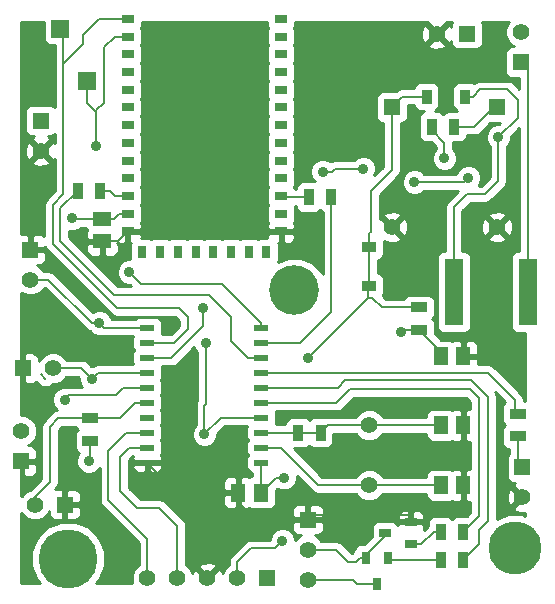
<source format=gtl>
G04 (created by PCBNEW (2013-07-07 BZR 4022)-stable) date 24/06/2015 00:02:37*
%MOIN*%
G04 Gerber Fmt 3.4, Leading zero omitted, Abs format*
%FSLAX34Y34*%
G01*
G70*
G90*
G04 APERTURE LIST*
%ADD10C,0.00590551*%
%ADD11R,0.0394X0.0315*%
%ADD12R,0.0315X0.0394*%
%ADD13R,0.0358268X0.0480315*%
%ADD14R,0.05X0.02*%
%ADD15R,0.0590551X0.0590551*%
%ADD16R,0.035X0.055*%
%ADD17R,0.055X0.035*%
%ADD18R,0.055X0.055*%
%ADD19C,0.055*%
%ADD20R,0.0629921X0.224409*%
%ADD21C,0.056*%
%ADD22R,0.0433071X0.0314961*%
%ADD23R,0.0314961X0.0433071*%
%ADD24R,0.0512X0.059*%
%ADD25R,0.059X0.0512*%
%ADD26R,0.0480315X0.0358268*%
%ADD27C,0.165354*%
%ADD28C,0.19685*%
%ADD29C,0.177165*%
%ADD30C,0.035*%
%ADD31C,0.00787402*%
%ADD32C,0.01*%
G04 APERTURE END LIST*
G54D10*
G54D11*
X85017Y-72850D03*
X85883Y-72475D03*
X85883Y-73225D03*
G54D12*
X84750Y-74533D03*
X84375Y-73667D03*
X85125Y-73667D03*
G54D13*
X87695Y-58300D03*
X86404Y-58300D03*
G54D14*
X77100Y-66000D03*
X77100Y-66500D03*
X77100Y-67000D03*
X77100Y-67500D03*
X77100Y-68000D03*
X77100Y-68500D03*
X77100Y-69000D03*
X77100Y-69500D03*
X77100Y-70000D03*
X77100Y-70500D03*
X80900Y-70500D03*
X80900Y-70000D03*
X80900Y-69500D03*
X80900Y-69000D03*
X80900Y-68500D03*
X80900Y-68000D03*
X80900Y-67500D03*
X80900Y-67000D03*
X80900Y-66500D03*
X80900Y-66000D03*
G54D15*
X74200Y-56031D03*
X75100Y-57781D03*
G54D16*
X87325Y-59300D03*
X86575Y-59300D03*
X82125Y-69500D03*
X82875Y-69500D03*
G54D17*
X89450Y-68875D03*
X89450Y-69625D03*
X86150Y-65325D03*
X86150Y-66075D03*
G54D16*
X87625Y-72800D03*
X86875Y-72800D03*
X87625Y-73750D03*
X86875Y-73750D03*
X74775Y-61450D03*
X75525Y-61450D03*
G54D17*
X75200Y-69775D03*
X75200Y-69025D03*
G54D16*
X82475Y-61650D03*
X83225Y-61650D03*
G54D18*
X81100Y-74350D03*
G54D19*
X80100Y-74350D03*
X79100Y-74350D03*
X78100Y-74350D03*
X77100Y-74350D03*
G54D18*
X82450Y-72400D03*
G54D19*
X82450Y-73400D03*
X82450Y-74400D03*
G54D18*
X73200Y-63400D03*
G54D19*
X73200Y-64400D03*
G54D18*
X73550Y-59100D03*
G54D19*
X73550Y-60100D03*
G54D18*
X89600Y-70650D03*
G54D19*
X89600Y-71650D03*
G54D18*
X87750Y-56200D03*
G54D19*
X86750Y-56200D03*
G54D18*
X72900Y-70450D03*
G54D19*
X72900Y-69450D03*
G54D18*
X72950Y-67350D03*
G54D19*
X73950Y-67350D03*
G54D18*
X89550Y-57150D03*
G54D19*
X89550Y-56150D03*
G54D18*
X74350Y-71900D03*
G54D19*
X73350Y-71900D03*
G54D20*
X89790Y-64800D03*
X87309Y-64800D03*
G54D21*
X84500Y-71250D03*
X84500Y-69250D03*
G54D22*
X76440Y-55706D03*
X76440Y-56297D03*
X76440Y-56887D03*
X76440Y-57478D03*
X76440Y-58068D03*
X76440Y-58659D03*
X76440Y-59250D03*
X76440Y-59840D03*
X76440Y-60431D03*
X76440Y-61021D03*
X76440Y-61612D03*
X76440Y-62202D03*
X76440Y-62793D03*
G54D23*
X76933Y-63482D03*
X77523Y-63482D03*
X78114Y-63482D03*
X78704Y-63482D03*
X79295Y-63482D03*
X79885Y-63482D03*
X80476Y-63482D03*
X81066Y-63482D03*
G54D22*
X81559Y-62793D03*
X81559Y-62202D03*
X81559Y-61612D03*
X81559Y-61021D03*
X81559Y-60431D03*
X81559Y-59840D03*
X81559Y-59250D03*
X81559Y-58659D03*
X81559Y-58068D03*
X81559Y-57478D03*
X81559Y-56887D03*
X81559Y-56297D03*
X81559Y-55706D03*
G54D18*
X85250Y-58650D03*
G54D19*
X85250Y-62650D03*
G54D18*
X88750Y-58650D03*
G54D19*
X88750Y-62650D03*
G54D24*
X86875Y-71250D03*
X87625Y-71250D03*
G54D25*
X75600Y-63125D03*
X75600Y-62375D03*
G54D24*
X80875Y-71500D03*
X80125Y-71500D03*
X86875Y-69250D03*
X87625Y-69250D03*
X86875Y-66950D03*
X87625Y-66950D03*
G54D26*
X84500Y-64595D03*
X84500Y-63304D03*
G54D27*
X82000Y-64750D03*
G54D28*
X74450Y-73700D03*
G54D29*
X89350Y-73350D03*
G54D30*
X82450Y-67000D03*
X74600Y-62350D03*
X75150Y-70450D03*
X81600Y-73100D03*
X81650Y-71000D03*
X76150Y-73400D03*
X86950Y-70250D03*
X88650Y-66850D03*
X73500Y-57700D03*
X78550Y-57700D03*
X79050Y-66500D03*
X79000Y-69550D03*
X78950Y-65350D03*
X87800Y-61000D03*
X86000Y-61150D03*
X82950Y-60800D03*
X84300Y-60700D03*
X85550Y-66150D03*
X75500Y-65850D03*
X75250Y-67700D03*
X75400Y-59950D03*
X76500Y-64150D03*
X87000Y-60350D03*
X88800Y-59650D03*
X74350Y-68400D03*
G54D31*
X73700Y-67700D02*
X73550Y-67550D01*
X84500Y-63304D02*
X84500Y-62850D01*
X85250Y-60750D02*
X85250Y-58650D01*
X84550Y-61450D02*
X84550Y-62800D01*
X85250Y-60750D02*
X84550Y-61450D01*
X84500Y-62850D02*
X84550Y-62800D01*
X84500Y-64595D02*
X84500Y-63304D01*
X86150Y-65325D02*
X84925Y-65325D01*
X84600Y-65000D02*
X84450Y-65000D01*
X84925Y-65325D02*
X84600Y-65000D01*
X84250Y-65200D02*
X84450Y-65000D01*
X82450Y-67000D02*
X84250Y-65200D01*
X84450Y-64645D02*
X84500Y-64595D01*
X84450Y-65000D02*
X84450Y-64645D01*
X86125Y-65300D02*
X86150Y-65325D01*
X74600Y-62350D02*
X74625Y-62375D01*
X74625Y-62375D02*
X75600Y-62375D01*
X75200Y-70400D02*
X75200Y-69775D01*
X75150Y-70450D02*
X75200Y-70400D01*
X80100Y-73800D02*
X80100Y-74350D01*
X80550Y-73350D02*
X80100Y-73800D01*
X81350Y-73350D02*
X80550Y-73350D01*
X81600Y-73100D02*
X81350Y-73350D01*
X81650Y-71000D02*
X81375Y-71000D01*
X81375Y-71000D02*
X80875Y-71500D01*
X75600Y-62375D02*
X75975Y-62375D01*
X76147Y-62202D02*
X76440Y-62202D01*
X75975Y-62375D02*
X76147Y-62202D01*
X81650Y-71000D02*
X81550Y-70900D01*
X86404Y-58300D02*
X85600Y-58300D01*
X85600Y-58300D02*
X85250Y-58650D01*
X80875Y-71500D02*
X80875Y-70900D01*
X80875Y-70525D02*
X80900Y-70500D01*
X80875Y-70900D02*
X80875Y-70525D01*
X79350Y-62793D02*
X79350Y-58500D01*
X79350Y-58500D02*
X78550Y-57700D01*
X76440Y-62793D02*
X79350Y-62793D01*
X79350Y-62793D02*
X81559Y-62793D01*
X75600Y-63125D02*
X76109Y-63125D01*
X76109Y-63125D02*
X76440Y-62793D01*
X82450Y-72400D02*
X80700Y-72400D01*
X80125Y-71825D02*
X80125Y-71500D01*
X80700Y-72400D02*
X80125Y-71825D01*
X85883Y-72475D02*
X85883Y-72333D01*
X82600Y-72250D02*
X82450Y-72400D01*
X85800Y-72250D02*
X82600Y-72250D01*
X85883Y-72333D02*
X85800Y-72250D01*
X80125Y-71500D02*
X78100Y-71500D01*
X78100Y-71500D02*
X77100Y-70500D01*
X87625Y-71250D02*
X87625Y-69250D01*
X79000Y-68600D02*
X79000Y-69550D01*
X79050Y-68550D02*
X79000Y-68600D01*
X79050Y-66500D02*
X79050Y-68550D01*
X79550Y-69000D02*
X79000Y-69550D01*
X80900Y-69000D02*
X79550Y-69000D01*
X77900Y-67000D02*
X77100Y-67000D01*
X78950Y-65950D02*
X77900Y-67000D01*
X78950Y-65900D02*
X78950Y-65950D01*
X78950Y-65350D02*
X78950Y-65900D01*
X83225Y-61650D02*
X83225Y-65475D01*
X82200Y-66500D02*
X80900Y-66500D01*
X83225Y-65475D02*
X82200Y-66500D01*
X82475Y-61650D02*
X81596Y-61650D01*
X81596Y-61650D02*
X81559Y-61612D01*
X89790Y-64800D02*
X89790Y-57390D01*
X89790Y-57390D02*
X89550Y-57150D01*
X88750Y-58650D02*
X88650Y-58650D01*
X88000Y-59300D02*
X87325Y-59300D01*
X88650Y-58650D02*
X88000Y-59300D01*
X87800Y-61000D02*
X87650Y-61150D01*
X87650Y-61150D02*
X86000Y-61150D01*
X83250Y-60800D02*
X82950Y-60800D01*
X83350Y-60700D02*
X83250Y-60800D01*
X84300Y-60700D02*
X83350Y-60700D01*
X89350Y-68400D02*
X89350Y-68775D01*
X88450Y-67500D02*
X89350Y-68400D01*
X80900Y-67500D02*
X88450Y-67500D01*
X89350Y-68775D02*
X89450Y-68875D01*
X84750Y-74533D02*
X84083Y-74533D01*
X83000Y-74400D02*
X82450Y-74400D01*
X83950Y-74400D02*
X83000Y-74400D01*
X84083Y-74533D02*
X83950Y-74400D01*
X86150Y-66075D02*
X85625Y-66075D01*
X85625Y-66075D02*
X85550Y-66150D01*
X86875Y-66950D02*
X86875Y-66800D01*
X86875Y-66800D02*
X86150Y-66075D01*
X89450Y-69625D02*
X89450Y-70500D01*
X89450Y-70500D02*
X89600Y-70650D01*
X75500Y-65850D02*
X75250Y-65850D01*
X73800Y-64400D02*
X73200Y-64400D01*
X75250Y-65850D02*
X73800Y-64400D01*
X75650Y-66000D02*
X77100Y-66000D01*
X75500Y-65850D02*
X75650Y-66000D01*
X73950Y-67350D02*
X74900Y-67350D01*
X74900Y-67350D02*
X75250Y-67700D01*
X75450Y-67500D02*
X77100Y-67500D01*
X75250Y-67700D02*
X75450Y-67500D01*
X86875Y-73750D02*
X85208Y-73750D01*
X85208Y-73750D02*
X85125Y-73667D01*
X87850Y-68050D02*
X88150Y-68350D01*
X87850Y-68050D02*
X83850Y-68050D01*
X83850Y-68050D02*
X83400Y-68500D01*
X80900Y-68500D02*
X83400Y-68500D01*
X88150Y-72275D02*
X87625Y-72800D01*
X88150Y-68350D02*
X88150Y-72275D01*
X82125Y-69500D02*
X82875Y-69500D01*
X80900Y-69500D02*
X82125Y-69500D01*
X84500Y-69250D02*
X83125Y-69250D01*
X83125Y-69250D02*
X82875Y-69500D01*
X86875Y-69250D02*
X84500Y-69250D01*
X86875Y-71250D02*
X84500Y-71250D01*
X80900Y-70000D02*
X81550Y-70000D01*
X82800Y-71250D02*
X84500Y-71250D01*
X81550Y-70000D02*
X82800Y-71250D01*
X84375Y-73667D02*
X84183Y-73667D01*
X84050Y-73800D02*
X83800Y-73800D01*
X84183Y-73667D02*
X84050Y-73800D01*
X84375Y-73667D02*
X84375Y-73575D01*
X85017Y-72933D02*
X85017Y-72850D01*
X84375Y-73575D02*
X85017Y-72933D01*
X83817Y-73817D02*
X83800Y-73800D01*
X83800Y-73800D02*
X83400Y-73400D01*
X83400Y-73400D02*
X82450Y-73400D01*
X85017Y-72850D02*
X84950Y-72850D01*
X86875Y-72800D02*
X86650Y-72800D01*
X86225Y-73225D02*
X85883Y-73225D01*
X86650Y-72800D02*
X86225Y-73225D01*
X76100Y-65350D02*
X73950Y-63200D01*
X77100Y-66500D02*
X78000Y-66500D01*
X76900Y-65350D02*
X76100Y-65350D01*
X78150Y-65350D02*
X76900Y-65350D01*
X78450Y-65650D02*
X78150Y-65350D01*
X78450Y-66050D02*
X78450Y-65650D01*
X78000Y-66500D02*
X78450Y-66050D01*
X74300Y-61550D02*
X74300Y-60850D01*
X73950Y-61900D02*
X74300Y-61550D01*
X73950Y-63200D02*
X73950Y-61900D01*
X74300Y-57350D02*
X74300Y-57200D01*
X75493Y-55706D02*
X76440Y-55706D01*
X74950Y-56250D02*
X75493Y-55706D01*
X74950Y-56550D02*
X74950Y-56250D01*
X74300Y-57200D02*
X74950Y-56550D01*
X74300Y-59200D02*
X74300Y-57350D01*
X74300Y-57350D02*
X74300Y-56131D01*
X74300Y-60950D02*
X74300Y-60850D01*
X74300Y-60850D02*
X74300Y-60500D01*
X74300Y-60500D02*
X74300Y-59200D01*
X74300Y-56131D02*
X74200Y-56031D01*
X76440Y-55590D02*
X76440Y-55706D01*
X80900Y-66000D02*
X80900Y-65850D01*
X80900Y-65850D02*
X79600Y-64550D01*
X77000Y-64550D02*
X76900Y-64550D01*
X79600Y-64550D02*
X77000Y-64550D01*
X75400Y-59950D02*
X75400Y-58800D01*
X76900Y-64550D02*
X76500Y-64150D01*
X75400Y-58800D02*
X75400Y-58750D01*
X76002Y-56297D02*
X76440Y-56297D01*
X75650Y-56650D02*
X76002Y-56297D01*
X75650Y-58500D02*
X75650Y-56650D01*
X75400Y-58750D02*
X75650Y-58500D01*
X75100Y-58500D02*
X75100Y-57781D01*
X75400Y-58800D02*
X75100Y-58500D01*
X76200Y-64900D02*
X76000Y-64900D01*
X74200Y-62025D02*
X74775Y-61450D01*
X74200Y-63100D02*
X74200Y-62025D01*
X76000Y-64900D02*
X74200Y-63100D01*
X80900Y-67000D02*
X80450Y-67000D01*
X79150Y-64900D02*
X76200Y-64900D01*
X76200Y-64900D02*
X76150Y-64900D01*
X79900Y-65650D02*
X79150Y-64900D01*
X79900Y-66450D02*
X79900Y-65650D01*
X80450Y-67000D02*
X79900Y-66450D01*
X77100Y-74350D02*
X77100Y-73050D01*
X76400Y-69500D02*
X77100Y-69500D01*
X75800Y-70100D02*
X76400Y-69500D01*
X75800Y-71750D02*
X75800Y-70100D01*
X77100Y-73050D02*
X75800Y-71750D01*
X88450Y-72100D02*
X88450Y-72450D01*
X88150Y-73225D02*
X87625Y-73750D01*
X88150Y-72750D02*
X88150Y-73225D01*
X88450Y-72450D02*
X88150Y-72750D01*
X87850Y-67750D02*
X87900Y-67750D01*
X83450Y-68000D02*
X83700Y-67750D01*
X83700Y-67750D02*
X87850Y-67750D01*
X80900Y-68000D02*
X83450Y-68000D01*
X88450Y-68300D02*
X88450Y-72100D01*
X88450Y-72100D02*
X88450Y-72150D01*
X87900Y-67750D02*
X88450Y-68300D01*
X75525Y-61450D02*
X75850Y-61450D01*
X76012Y-61612D02*
X76440Y-61612D01*
X75850Y-61450D02*
X76012Y-61612D01*
X86575Y-59300D02*
X86575Y-59425D01*
X87000Y-59850D02*
X87000Y-60350D01*
X86575Y-59425D02*
X87000Y-59850D01*
X87309Y-62000D02*
X87309Y-61990D01*
X87309Y-61990D02*
X87750Y-61550D01*
X88800Y-61100D02*
X88800Y-59650D01*
X88350Y-61550D02*
X88800Y-61100D01*
X87750Y-61550D02*
X88350Y-61550D01*
X87309Y-62000D02*
X87309Y-64800D01*
X87950Y-58300D02*
X87695Y-58300D01*
X88200Y-58050D02*
X87950Y-58300D01*
X89100Y-58050D02*
X88200Y-58050D01*
X89450Y-58400D02*
X89100Y-58050D01*
X89450Y-59000D02*
X89450Y-58400D01*
X88800Y-59650D02*
X89450Y-59000D01*
X76300Y-68000D02*
X77100Y-68000D01*
X76050Y-68250D02*
X76300Y-68000D01*
X74500Y-68250D02*
X76050Y-68250D01*
X74350Y-68400D02*
X74500Y-68250D01*
X73850Y-71050D02*
X73850Y-71150D01*
X74125Y-69025D02*
X73850Y-69300D01*
X73850Y-69300D02*
X73850Y-71050D01*
X75200Y-69025D02*
X74125Y-69025D01*
X73350Y-71650D02*
X73350Y-71900D01*
X73850Y-71150D02*
X73350Y-71650D01*
X76650Y-68500D02*
X76650Y-68550D01*
X77100Y-68500D02*
X76650Y-68500D01*
X76175Y-69025D02*
X75200Y-69025D01*
X76650Y-68550D02*
X76175Y-69025D01*
X78100Y-74350D02*
X78100Y-72600D01*
X76500Y-70000D02*
X77100Y-70000D01*
X76200Y-70300D02*
X76500Y-70000D01*
X76200Y-71450D02*
X76200Y-70300D01*
X76750Y-72000D02*
X76200Y-71450D01*
X77500Y-72000D02*
X76750Y-72000D01*
X78100Y-72600D02*
X77500Y-72000D01*
G54D10*
G36*
X76646Y-66749D02*
X76638Y-66758D01*
X76600Y-66850D01*
X76599Y-66949D01*
X76599Y-67149D01*
X76625Y-67210D01*
X75450Y-67210D01*
X75357Y-67229D01*
X75339Y-67232D01*
X75275Y-67275D01*
X75234Y-67274D01*
X75104Y-67145D01*
X75010Y-67082D01*
X74900Y-67060D01*
X74398Y-67060D01*
X74395Y-67053D01*
X74247Y-66905D01*
X74054Y-66825D01*
X73846Y-66824D01*
X73653Y-66904D01*
X73505Y-67052D01*
X73475Y-67124D01*
X73475Y-67124D01*
X73474Y-67025D01*
X73436Y-66933D01*
X73366Y-66862D01*
X73274Y-66824D01*
X73062Y-66825D01*
X73000Y-66887D01*
X73000Y-67300D01*
X73007Y-67300D01*
X73007Y-67400D01*
X73000Y-67400D01*
X73000Y-67812D01*
X73062Y-67875D01*
X73274Y-67875D01*
X73366Y-67837D01*
X73397Y-67806D01*
X73495Y-67904D01*
X73589Y-67967D01*
X73700Y-67989D01*
X73810Y-67967D01*
X73904Y-67904D01*
X73924Y-67874D01*
X74053Y-67875D01*
X74247Y-67795D01*
X74394Y-67647D01*
X74398Y-67639D01*
X74780Y-67639D01*
X74825Y-67684D01*
X74824Y-67784D01*
X74889Y-67940D01*
X74909Y-67960D01*
X74500Y-67960D01*
X74427Y-67975D01*
X74427Y-67975D01*
X74265Y-67974D01*
X74109Y-68039D01*
X73989Y-68158D01*
X73925Y-68315D01*
X73924Y-68484D01*
X73989Y-68640D01*
X74091Y-68742D01*
X74014Y-68757D01*
X73920Y-68820D01*
X73645Y-69095D01*
X73582Y-69189D01*
X73560Y-69300D01*
X73560Y-71030D01*
X73425Y-71165D01*
X73425Y-70774D01*
X73425Y-70562D01*
X73362Y-70500D01*
X72950Y-70500D01*
X72950Y-70912D01*
X73012Y-70975D01*
X73125Y-70975D01*
X73224Y-70974D01*
X73316Y-70936D01*
X73387Y-70866D01*
X73425Y-70774D01*
X73425Y-71165D01*
X73194Y-71396D01*
X73053Y-71454D01*
X72905Y-71602D01*
X72900Y-71614D01*
X72900Y-70392D01*
X72950Y-70392D01*
X72950Y-70400D01*
X73362Y-70400D01*
X73425Y-70337D01*
X73425Y-70125D01*
X73387Y-70033D01*
X73316Y-69963D01*
X73224Y-69925D01*
X73125Y-69924D01*
X73125Y-69924D01*
X73197Y-69895D01*
X73344Y-69747D01*
X73424Y-69554D01*
X73425Y-69346D01*
X73345Y-69153D01*
X73197Y-69005D01*
X73004Y-68925D01*
X72900Y-68925D01*
X72900Y-67812D01*
X72900Y-67400D01*
X72900Y-67300D01*
X72900Y-66887D01*
X72900Y-64842D01*
X72902Y-64844D01*
X73095Y-64924D01*
X73303Y-64925D01*
X73497Y-64845D01*
X73644Y-64697D01*
X73648Y-64689D01*
X73680Y-64689D01*
X75045Y-66054D01*
X75045Y-66054D01*
X75139Y-66117D01*
X75139Y-66117D01*
X75157Y-66120D01*
X75173Y-66124D01*
X75258Y-66210D01*
X75415Y-66274D01*
X75578Y-66275D01*
X75578Y-66275D01*
X75650Y-66289D01*
X76625Y-66289D01*
X76600Y-66350D01*
X76599Y-66449D01*
X76599Y-66649D01*
X76637Y-66741D01*
X76646Y-66749D01*
X76646Y-66749D01*
G37*
G54D32*
X76646Y-66749D02*
X76638Y-66758D01*
X76600Y-66850D01*
X76599Y-66949D01*
X76599Y-67149D01*
X76625Y-67210D01*
X75450Y-67210D01*
X75357Y-67229D01*
X75339Y-67232D01*
X75275Y-67275D01*
X75234Y-67274D01*
X75104Y-67145D01*
X75010Y-67082D01*
X74900Y-67060D01*
X74398Y-67060D01*
X74395Y-67053D01*
X74247Y-66905D01*
X74054Y-66825D01*
X73846Y-66824D01*
X73653Y-66904D01*
X73505Y-67052D01*
X73475Y-67124D01*
X73475Y-67124D01*
X73474Y-67025D01*
X73436Y-66933D01*
X73366Y-66862D01*
X73274Y-66824D01*
X73062Y-66825D01*
X73000Y-66887D01*
X73000Y-67300D01*
X73007Y-67300D01*
X73007Y-67400D01*
X73000Y-67400D01*
X73000Y-67812D01*
X73062Y-67875D01*
X73274Y-67875D01*
X73366Y-67837D01*
X73397Y-67806D01*
X73495Y-67904D01*
X73589Y-67967D01*
X73700Y-67989D01*
X73810Y-67967D01*
X73904Y-67904D01*
X73924Y-67874D01*
X74053Y-67875D01*
X74247Y-67795D01*
X74394Y-67647D01*
X74398Y-67639D01*
X74780Y-67639D01*
X74825Y-67684D01*
X74824Y-67784D01*
X74889Y-67940D01*
X74909Y-67960D01*
X74500Y-67960D01*
X74427Y-67975D01*
X74427Y-67975D01*
X74265Y-67974D01*
X74109Y-68039D01*
X73989Y-68158D01*
X73925Y-68315D01*
X73924Y-68484D01*
X73989Y-68640D01*
X74091Y-68742D01*
X74014Y-68757D01*
X73920Y-68820D01*
X73645Y-69095D01*
X73582Y-69189D01*
X73560Y-69300D01*
X73560Y-71030D01*
X73425Y-71165D01*
X73425Y-70774D01*
X73425Y-70562D01*
X73362Y-70500D01*
X72950Y-70500D01*
X72950Y-70912D01*
X73012Y-70975D01*
X73125Y-70975D01*
X73224Y-70974D01*
X73316Y-70936D01*
X73387Y-70866D01*
X73425Y-70774D01*
X73425Y-71165D01*
X73194Y-71396D01*
X73053Y-71454D01*
X72905Y-71602D01*
X72900Y-71614D01*
X72900Y-70392D01*
X72950Y-70392D01*
X72950Y-70400D01*
X73362Y-70400D01*
X73425Y-70337D01*
X73425Y-70125D01*
X73387Y-70033D01*
X73316Y-69963D01*
X73224Y-69925D01*
X73125Y-69924D01*
X73125Y-69924D01*
X73197Y-69895D01*
X73344Y-69747D01*
X73424Y-69554D01*
X73425Y-69346D01*
X73345Y-69153D01*
X73197Y-69005D01*
X73004Y-68925D01*
X72900Y-68925D01*
X72900Y-67812D01*
X72900Y-67400D01*
X72900Y-67300D01*
X72900Y-66887D01*
X72900Y-64842D01*
X72902Y-64844D01*
X73095Y-64924D01*
X73303Y-64925D01*
X73497Y-64845D01*
X73644Y-64697D01*
X73648Y-64689D01*
X73680Y-64689D01*
X75045Y-66054D01*
X75045Y-66054D01*
X75139Y-66117D01*
X75139Y-66117D01*
X75157Y-66120D01*
X75173Y-66124D01*
X75258Y-66210D01*
X75415Y-66274D01*
X75578Y-66275D01*
X75578Y-66275D01*
X75650Y-66289D01*
X76625Y-66289D01*
X76600Y-66350D01*
X76599Y-66449D01*
X76599Y-66649D01*
X76637Y-66741D01*
X76646Y-66749D01*
G54D10*
G36*
X76810Y-73901D02*
X76803Y-73904D01*
X76655Y-74052D01*
X76575Y-74245D01*
X76574Y-74453D01*
X76593Y-74500D01*
X75395Y-74500D01*
X75495Y-74400D01*
X75684Y-73946D01*
X75684Y-73455D01*
X75496Y-73001D01*
X75150Y-72654D01*
X74875Y-72540D01*
X74875Y-72125D01*
X74875Y-71674D01*
X74874Y-71575D01*
X74836Y-71483D01*
X74766Y-71412D01*
X74674Y-71374D01*
X74462Y-71375D01*
X74400Y-71437D01*
X74400Y-71850D01*
X74812Y-71850D01*
X74875Y-71787D01*
X74875Y-71674D01*
X74875Y-72125D01*
X74875Y-72012D01*
X74812Y-71950D01*
X74400Y-71950D01*
X74400Y-72362D01*
X74462Y-72425D01*
X74674Y-72425D01*
X74766Y-72387D01*
X74836Y-72316D01*
X74874Y-72224D01*
X74875Y-72125D01*
X74875Y-72540D01*
X74696Y-72465D01*
X74205Y-72465D01*
X73751Y-72653D01*
X73404Y-72999D01*
X73215Y-73453D01*
X73215Y-73944D01*
X73403Y-74398D01*
X73504Y-74500D01*
X72900Y-74500D01*
X72900Y-72185D01*
X72904Y-72197D01*
X73052Y-72344D01*
X73245Y-72424D01*
X73453Y-72425D01*
X73647Y-72345D01*
X73794Y-72197D01*
X73824Y-72125D01*
X73824Y-72125D01*
X73825Y-72224D01*
X73863Y-72316D01*
X73933Y-72387D01*
X74025Y-72425D01*
X74237Y-72425D01*
X74300Y-72362D01*
X74300Y-71950D01*
X74292Y-71950D01*
X74292Y-71850D01*
X74300Y-71850D01*
X74300Y-71437D01*
X74237Y-71375D01*
X74034Y-71374D01*
X74054Y-71354D01*
X74054Y-71354D01*
X74117Y-71260D01*
X74139Y-71150D01*
X74139Y-71150D01*
X74139Y-71050D01*
X74139Y-69419D01*
X74244Y-69314D01*
X74701Y-69314D01*
X74712Y-69341D01*
X74771Y-69400D01*
X74713Y-69458D01*
X74675Y-69550D01*
X74674Y-69649D01*
X74674Y-69999D01*
X74712Y-70091D01*
X74783Y-70161D01*
X74821Y-70177D01*
X74789Y-70208D01*
X74725Y-70365D01*
X74724Y-70534D01*
X74789Y-70690D01*
X74908Y-70810D01*
X75065Y-70874D01*
X75234Y-70875D01*
X75390Y-70810D01*
X75510Y-70691D01*
X75510Y-70689D01*
X75510Y-71750D01*
X75532Y-71860D01*
X75595Y-71954D01*
X76810Y-73169D01*
X76810Y-73901D01*
X76810Y-73901D01*
G37*
G54D32*
X76810Y-73901D02*
X76803Y-73904D01*
X76655Y-74052D01*
X76575Y-74245D01*
X76574Y-74453D01*
X76593Y-74500D01*
X75395Y-74500D01*
X75495Y-74400D01*
X75684Y-73946D01*
X75684Y-73455D01*
X75496Y-73001D01*
X75150Y-72654D01*
X74875Y-72540D01*
X74875Y-72125D01*
X74875Y-71674D01*
X74874Y-71575D01*
X74836Y-71483D01*
X74766Y-71412D01*
X74674Y-71374D01*
X74462Y-71375D01*
X74400Y-71437D01*
X74400Y-71850D01*
X74812Y-71850D01*
X74875Y-71787D01*
X74875Y-71674D01*
X74875Y-72125D01*
X74875Y-72012D01*
X74812Y-71950D01*
X74400Y-71950D01*
X74400Y-72362D01*
X74462Y-72425D01*
X74674Y-72425D01*
X74766Y-72387D01*
X74836Y-72316D01*
X74874Y-72224D01*
X74875Y-72125D01*
X74875Y-72540D01*
X74696Y-72465D01*
X74205Y-72465D01*
X73751Y-72653D01*
X73404Y-72999D01*
X73215Y-73453D01*
X73215Y-73944D01*
X73403Y-74398D01*
X73504Y-74500D01*
X72900Y-74500D01*
X72900Y-72185D01*
X72904Y-72197D01*
X73052Y-72344D01*
X73245Y-72424D01*
X73453Y-72425D01*
X73647Y-72345D01*
X73794Y-72197D01*
X73824Y-72125D01*
X73824Y-72125D01*
X73825Y-72224D01*
X73863Y-72316D01*
X73933Y-72387D01*
X74025Y-72425D01*
X74237Y-72425D01*
X74300Y-72362D01*
X74300Y-71950D01*
X74292Y-71950D01*
X74292Y-71850D01*
X74300Y-71850D01*
X74300Y-71437D01*
X74237Y-71375D01*
X74034Y-71374D01*
X74054Y-71354D01*
X74054Y-71354D01*
X74117Y-71260D01*
X74139Y-71150D01*
X74139Y-71150D01*
X74139Y-71050D01*
X74139Y-69419D01*
X74244Y-69314D01*
X74701Y-69314D01*
X74712Y-69341D01*
X74771Y-69400D01*
X74713Y-69458D01*
X74675Y-69550D01*
X74674Y-69649D01*
X74674Y-69999D01*
X74712Y-70091D01*
X74783Y-70161D01*
X74821Y-70177D01*
X74789Y-70208D01*
X74725Y-70365D01*
X74724Y-70534D01*
X74789Y-70690D01*
X74908Y-70810D01*
X75065Y-70874D01*
X75234Y-70875D01*
X75390Y-70810D01*
X75510Y-70691D01*
X75510Y-70689D01*
X75510Y-71750D01*
X75532Y-71860D01*
X75595Y-71954D01*
X76810Y-73169D01*
X76810Y-73901D01*
G54D10*
G36*
X78160Y-65930D02*
X77880Y-66210D01*
X77574Y-66210D01*
X77599Y-66149D01*
X77600Y-66050D01*
X77600Y-65850D01*
X77562Y-65758D01*
X77491Y-65688D01*
X77399Y-65650D01*
X77300Y-65649D01*
X76800Y-65649D01*
X76708Y-65687D01*
X76685Y-65710D01*
X75902Y-65710D01*
X75860Y-65609D01*
X75741Y-65489D01*
X75584Y-65425D01*
X75415Y-65424D01*
X75287Y-65478D01*
X74004Y-64195D01*
X73910Y-64132D01*
X73800Y-64110D01*
X73648Y-64110D01*
X73645Y-64103D01*
X73497Y-63955D01*
X73425Y-63925D01*
X73425Y-63925D01*
X73524Y-63924D01*
X73616Y-63886D01*
X73687Y-63816D01*
X73725Y-63724D01*
X73725Y-63512D01*
X73662Y-63450D01*
X73250Y-63450D01*
X73250Y-63457D01*
X73150Y-63457D01*
X73150Y-63450D01*
X73142Y-63450D01*
X73142Y-63350D01*
X73150Y-63350D01*
X73150Y-62937D01*
X73087Y-62875D01*
X72974Y-62874D01*
X72900Y-62875D01*
X72900Y-55800D01*
X73654Y-55800D01*
X73654Y-56375D01*
X73692Y-56467D01*
X73762Y-56538D01*
X73854Y-56576D01*
X73954Y-56576D01*
X74010Y-56576D01*
X74010Y-57200D01*
X74010Y-57350D01*
X74010Y-58657D01*
X73966Y-58613D01*
X73874Y-58575D01*
X73775Y-58574D01*
X73225Y-58574D01*
X73133Y-58612D01*
X73063Y-58683D01*
X73025Y-58775D01*
X73024Y-58874D01*
X73024Y-59424D01*
X73062Y-59516D01*
X73133Y-59586D01*
X73225Y-59624D01*
X73312Y-59625D01*
X73277Y-59639D01*
X73252Y-59732D01*
X73550Y-60029D01*
X73847Y-59732D01*
X73822Y-59639D01*
X73781Y-59625D01*
X73874Y-59625D01*
X73966Y-59587D01*
X74010Y-59542D01*
X74010Y-59827D01*
X74010Y-59827D01*
X73917Y-59802D01*
X73620Y-60100D01*
X73917Y-60397D01*
X74010Y-60372D01*
X74010Y-60372D01*
X74010Y-60500D01*
X74010Y-60850D01*
X74010Y-60950D01*
X74010Y-61430D01*
X73847Y-61593D01*
X73847Y-60467D01*
X73550Y-60170D01*
X73479Y-60241D01*
X73479Y-60100D01*
X73182Y-59802D01*
X73089Y-59827D01*
X73020Y-60024D01*
X73031Y-60232D01*
X73089Y-60372D01*
X73182Y-60397D01*
X73479Y-60100D01*
X73479Y-60241D01*
X73252Y-60467D01*
X73277Y-60560D01*
X73474Y-60629D01*
X73682Y-60618D01*
X73822Y-60560D01*
X73847Y-60467D01*
X73847Y-61593D01*
X73745Y-61695D01*
X73682Y-61789D01*
X73660Y-61900D01*
X73660Y-62957D01*
X73616Y-62913D01*
X73524Y-62875D01*
X73425Y-62874D01*
X73312Y-62875D01*
X73250Y-62937D01*
X73250Y-63350D01*
X73662Y-63350D01*
X73690Y-63322D01*
X73745Y-63404D01*
X75895Y-65554D01*
X75895Y-65554D01*
X75989Y-65617D01*
X76100Y-65639D01*
X76900Y-65639D01*
X78030Y-65639D01*
X78160Y-65769D01*
X78160Y-65930D01*
X78160Y-65930D01*
G37*
G54D32*
X78160Y-65930D02*
X77880Y-66210D01*
X77574Y-66210D01*
X77599Y-66149D01*
X77600Y-66050D01*
X77600Y-65850D01*
X77562Y-65758D01*
X77491Y-65688D01*
X77399Y-65650D01*
X77300Y-65649D01*
X76800Y-65649D01*
X76708Y-65687D01*
X76685Y-65710D01*
X75902Y-65710D01*
X75860Y-65609D01*
X75741Y-65489D01*
X75584Y-65425D01*
X75415Y-65424D01*
X75287Y-65478D01*
X74004Y-64195D01*
X73910Y-64132D01*
X73800Y-64110D01*
X73648Y-64110D01*
X73645Y-64103D01*
X73497Y-63955D01*
X73425Y-63925D01*
X73425Y-63925D01*
X73524Y-63924D01*
X73616Y-63886D01*
X73687Y-63816D01*
X73725Y-63724D01*
X73725Y-63512D01*
X73662Y-63450D01*
X73250Y-63450D01*
X73250Y-63457D01*
X73150Y-63457D01*
X73150Y-63450D01*
X73142Y-63450D01*
X73142Y-63350D01*
X73150Y-63350D01*
X73150Y-62937D01*
X73087Y-62875D01*
X72974Y-62874D01*
X72900Y-62875D01*
X72900Y-55800D01*
X73654Y-55800D01*
X73654Y-56375D01*
X73692Y-56467D01*
X73762Y-56538D01*
X73854Y-56576D01*
X73954Y-56576D01*
X74010Y-56576D01*
X74010Y-57200D01*
X74010Y-57350D01*
X74010Y-58657D01*
X73966Y-58613D01*
X73874Y-58575D01*
X73775Y-58574D01*
X73225Y-58574D01*
X73133Y-58612D01*
X73063Y-58683D01*
X73025Y-58775D01*
X73024Y-58874D01*
X73024Y-59424D01*
X73062Y-59516D01*
X73133Y-59586D01*
X73225Y-59624D01*
X73312Y-59625D01*
X73277Y-59639D01*
X73252Y-59732D01*
X73550Y-60029D01*
X73847Y-59732D01*
X73822Y-59639D01*
X73781Y-59625D01*
X73874Y-59625D01*
X73966Y-59587D01*
X74010Y-59542D01*
X74010Y-59827D01*
X74010Y-59827D01*
X73917Y-59802D01*
X73620Y-60100D01*
X73917Y-60397D01*
X74010Y-60372D01*
X74010Y-60372D01*
X74010Y-60500D01*
X74010Y-60850D01*
X74010Y-60950D01*
X74010Y-61430D01*
X73847Y-61593D01*
X73847Y-60467D01*
X73550Y-60170D01*
X73479Y-60241D01*
X73479Y-60100D01*
X73182Y-59802D01*
X73089Y-59827D01*
X73020Y-60024D01*
X73031Y-60232D01*
X73089Y-60372D01*
X73182Y-60397D01*
X73479Y-60100D01*
X73479Y-60241D01*
X73252Y-60467D01*
X73277Y-60560D01*
X73474Y-60629D01*
X73682Y-60618D01*
X73822Y-60560D01*
X73847Y-60467D01*
X73847Y-61593D01*
X73745Y-61695D01*
X73682Y-61789D01*
X73660Y-61900D01*
X73660Y-62957D01*
X73616Y-62913D01*
X73524Y-62875D01*
X73425Y-62874D01*
X73312Y-62875D01*
X73250Y-62937D01*
X73250Y-63350D01*
X73662Y-63350D01*
X73690Y-63322D01*
X73745Y-63404D01*
X75895Y-65554D01*
X75895Y-65554D01*
X75989Y-65617D01*
X76100Y-65639D01*
X76900Y-65639D01*
X78030Y-65639D01*
X78160Y-65769D01*
X78160Y-65930D01*
G54D10*
G36*
X82935Y-64194D02*
X82913Y-64140D01*
X82610Y-63837D01*
X82215Y-63673D01*
X82025Y-63673D01*
X82025Y-62901D01*
X82025Y-62905D01*
X81963Y-62843D01*
X81609Y-62843D01*
X81609Y-63138D01*
X81671Y-63200D01*
X81825Y-63200D01*
X81917Y-63162D01*
X81987Y-63092D01*
X82025Y-63000D01*
X82025Y-62901D01*
X82025Y-63673D01*
X81786Y-63673D01*
X81447Y-63813D01*
X81474Y-63748D01*
X81474Y-63649D01*
X81474Y-63216D01*
X81461Y-63185D01*
X81509Y-63138D01*
X81509Y-62843D01*
X81155Y-62843D01*
X81092Y-62905D01*
X81092Y-62901D01*
X81092Y-63000D01*
X81098Y-63015D01*
X80859Y-63015D01*
X80771Y-63052D01*
X80683Y-63015D01*
X80584Y-63015D01*
X80269Y-63015D01*
X80180Y-63052D01*
X80093Y-63015D01*
X79993Y-63015D01*
X79678Y-63015D01*
X79590Y-63052D01*
X79502Y-63015D01*
X79403Y-63015D01*
X79088Y-63015D01*
X78999Y-63052D01*
X78912Y-63015D01*
X78812Y-63015D01*
X78497Y-63015D01*
X78409Y-63052D01*
X78321Y-63015D01*
X78222Y-63015D01*
X77907Y-63015D01*
X77818Y-63052D01*
X77731Y-63015D01*
X77631Y-63015D01*
X77316Y-63015D01*
X77228Y-63052D01*
X77140Y-63015D01*
X77041Y-63015D01*
X76901Y-63015D01*
X76907Y-63000D01*
X76907Y-62901D01*
X76907Y-62905D01*
X76844Y-62843D01*
X76490Y-62843D01*
X76490Y-63138D01*
X76538Y-63185D01*
X76525Y-63215D01*
X76525Y-63315D01*
X76525Y-63725D01*
X76415Y-63724D01*
X76259Y-63789D01*
X76145Y-63903D01*
X76139Y-63908D01*
X76075Y-64065D01*
X76074Y-64234D01*
X76139Y-64390D01*
X76258Y-64510D01*
X76415Y-64574D01*
X76515Y-64575D01*
X76551Y-64610D01*
X76200Y-64610D01*
X76150Y-64610D01*
X76119Y-64610D01*
X75550Y-64040D01*
X75550Y-63568D01*
X75550Y-63175D01*
X75117Y-63175D01*
X75055Y-63237D01*
X75054Y-63430D01*
X75092Y-63522D01*
X75163Y-63592D01*
X75255Y-63630D01*
X75354Y-63631D01*
X75487Y-63631D01*
X75550Y-63568D01*
X75550Y-64040D01*
X74489Y-62980D01*
X74489Y-62764D01*
X74515Y-62774D01*
X74684Y-62775D01*
X74840Y-62710D01*
X74886Y-62664D01*
X75054Y-62664D01*
X75054Y-62680D01*
X75083Y-62750D01*
X75054Y-62819D01*
X75055Y-63012D01*
X75117Y-63075D01*
X75550Y-63075D01*
X75550Y-63067D01*
X75650Y-63067D01*
X75650Y-63075D01*
X75657Y-63075D01*
X75657Y-63175D01*
X75650Y-63175D01*
X75650Y-63568D01*
X75712Y-63631D01*
X75845Y-63631D01*
X75944Y-63630D01*
X76036Y-63592D01*
X76107Y-63522D01*
X76145Y-63430D01*
X76145Y-63237D01*
X76082Y-63175D01*
X76112Y-63175D01*
X76174Y-63200D01*
X76328Y-63200D01*
X76390Y-63138D01*
X76390Y-62843D01*
X76383Y-62843D01*
X76383Y-62743D01*
X76390Y-62743D01*
X76390Y-62735D01*
X76490Y-62735D01*
X76490Y-62743D01*
X76844Y-62743D01*
X76907Y-62680D01*
X76907Y-62685D01*
X76907Y-62585D01*
X76870Y-62498D01*
X76907Y-62410D01*
X76907Y-62310D01*
X76907Y-61995D01*
X76871Y-61907D01*
X76907Y-61819D01*
X76907Y-61720D01*
X76907Y-61405D01*
X76871Y-61316D01*
X76907Y-61229D01*
X76907Y-61129D01*
X76907Y-60814D01*
X76871Y-60726D01*
X76907Y-60638D01*
X76907Y-60539D01*
X76907Y-60224D01*
X76871Y-60135D01*
X76907Y-60047D01*
X76907Y-59948D01*
X76907Y-59633D01*
X76871Y-59545D01*
X76907Y-59457D01*
X76907Y-59357D01*
X76907Y-59043D01*
X76871Y-58954D01*
X76907Y-58866D01*
X76907Y-58767D01*
X76907Y-58452D01*
X76871Y-58364D01*
X76907Y-58276D01*
X76907Y-58176D01*
X76907Y-57861D01*
X76871Y-57773D01*
X76907Y-57685D01*
X76907Y-57586D01*
X76907Y-57271D01*
X76871Y-57182D01*
X76907Y-57095D01*
X76907Y-56995D01*
X76907Y-56680D01*
X76871Y-56592D01*
X76907Y-56504D01*
X76907Y-56405D01*
X76907Y-56090D01*
X76871Y-56001D01*
X76907Y-55914D01*
X76907Y-55814D01*
X76907Y-55800D01*
X81092Y-55800D01*
X81092Y-55913D01*
X81128Y-56002D01*
X81092Y-56089D01*
X81092Y-56189D01*
X81092Y-56504D01*
X81128Y-56592D01*
X81092Y-56680D01*
X81092Y-56779D01*
X81092Y-57094D01*
X81128Y-57183D01*
X81092Y-57270D01*
X81092Y-57370D01*
X81092Y-57685D01*
X81128Y-57773D01*
X81092Y-57861D01*
X81092Y-57960D01*
X81092Y-58275D01*
X81128Y-58364D01*
X81092Y-58452D01*
X81092Y-58551D01*
X81092Y-58866D01*
X81128Y-58954D01*
X81092Y-59042D01*
X81092Y-59142D01*
X81092Y-59456D01*
X81128Y-59545D01*
X81092Y-59633D01*
X81092Y-59732D01*
X81092Y-60047D01*
X81128Y-60135D01*
X81092Y-60223D01*
X81092Y-60323D01*
X81092Y-60638D01*
X81128Y-60726D01*
X81092Y-60814D01*
X81092Y-60913D01*
X81092Y-61228D01*
X81128Y-61317D01*
X81092Y-61404D01*
X81092Y-61504D01*
X81092Y-61819D01*
X81128Y-61907D01*
X81092Y-61995D01*
X81092Y-62094D01*
X81092Y-62409D01*
X81128Y-62498D01*
X81092Y-62585D01*
X81092Y-62685D01*
X81092Y-62680D01*
X81155Y-62743D01*
X81509Y-62743D01*
X81509Y-62735D01*
X81609Y-62735D01*
X81609Y-62743D01*
X81963Y-62743D01*
X82025Y-62680D01*
X82025Y-62685D01*
X82025Y-62585D01*
X81989Y-62498D01*
X82025Y-62410D01*
X82025Y-62310D01*
X82025Y-61995D01*
X82002Y-61939D01*
X82049Y-61939D01*
X82049Y-61974D01*
X82087Y-62066D01*
X82158Y-62136D01*
X82250Y-62174D01*
X82349Y-62175D01*
X82699Y-62175D01*
X82791Y-62137D01*
X82850Y-62078D01*
X82908Y-62136D01*
X82935Y-62148D01*
X82935Y-64194D01*
X82935Y-64194D01*
G37*
G54D32*
X82935Y-64194D02*
X82913Y-64140D01*
X82610Y-63837D01*
X82215Y-63673D01*
X82025Y-63673D01*
X82025Y-62901D01*
X82025Y-62905D01*
X81963Y-62843D01*
X81609Y-62843D01*
X81609Y-63138D01*
X81671Y-63200D01*
X81825Y-63200D01*
X81917Y-63162D01*
X81987Y-63092D01*
X82025Y-63000D01*
X82025Y-62901D01*
X82025Y-63673D01*
X81786Y-63673D01*
X81447Y-63813D01*
X81474Y-63748D01*
X81474Y-63649D01*
X81474Y-63216D01*
X81461Y-63185D01*
X81509Y-63138D01*
X81509Y-62843D01*
X81155Y-62843D01*
X81092Y-62905D01*
X81092Y-62901D01*
X81092Y-63000D01*
X81098Y-63015D01*
X80859Y-63015D01*
X80771Y-63052D01*
X80683Y-63015D01*
X80584Y-63015D01*
X80269Y-63015D01*
X80180Y-63052D01*
X80093Y-63015D01*
X79993Y-63015D01*
X79678Y-63015D01*
X79590Y-63052D01*
X79502Y-63015D01*
X79403Y-63015D01*
X79088Y-63015D01*
X78999Y-63052D01*
X78912Y-63015D01*
X78812Y-63015D01*
X78497Y-63015D01*
X78409Y-63052D01*
X78321Y-63015D01*
X78222Y-63015D01*
X77907Y-63015D01*
X77818Y-63052D01*
X77731Y-63015D01*
X77631Y-63015D01*
X77316Y-63015D01*
X77228Y-63052D01*
X77140Y-63015D01*
X77041Y-63015D01*
X76901Y-63015D01*
X76907Y-63000D01*
X76907Y-62901D01*
X76907Y-62905D01*
X76844Y-62843D01*
X76490Y-62843D01*
X76490Y-63138D01*
X76538Y-63185D01*
X76525Y-63215D01*
X76525Y-63315D01*
X76525Y-63725D01*
X76415Y-63724D01*
X76259Y-63789D01*
X76145Y-63903D01*
X76139Y-63908D01*
X76075Y-64065D01*
X76074Y-64234D01*
X76139Y-64390D01*
X76258Y-64510D01*
X76415Y-64574D01*
X76515Y-64575D01*
X76551Y-64610D01*
X76200Y-64610D01*
X76150Y-64610D01*
X76119Y-64610D01*
X75550Y-64040D01*
X75550Y-63568D01*
X75550Y-63175D01*
X75117Y-63175D01*
X75055Y-63237D01*
X75054Y-63430D01*
X75092Y-63522D01*
X75163Y-63592D01*
X75255Y-63630D01*
X75354Y-63631D01*
X75487Y-63631D01*
X75550Y-63568D01*
X75550Y-64040D01*
X74489Y-62980D01*
X74489Y-62764D01*
X74515Y-62774D01*
X74684Y-62775D01*
X74840Y-62710D01*
X74886Y-62664D01*
X75054Y-62664D01*
X75054Y-62680D01*
X75083Y-62750D01*
X75054Y-62819D01*
X75055Y-63012D01*
X75117Y-63075D01*
X75550Y-63075D01*
X75550Y-63067D01*
X75650Y-63067D01*
X75650Y-63075D01*
X75657Y-63075D01*
X75657Y-63175D01*
X75650Y-63175D01*
X75650Y-63568D01*
X75712Y-63631D01*
X75845Y-63631D01*
X75944Y-63630D01*
X76036Y-63592D01*
X76107Y-63522D01*
X76145Y-63430D01*
X76145Y-63237D01*
X76082Y-63175D01*
X76112Y-63175D01*
X76174Y-63200D01*
X76328Y-63200D01*
X76390Y-63138D01*
X76390Y-62843D01*
X76383Y-62843D01*
X76383Y-62743D01*
X76390Y-62743D01*
X76390Y-62735D01*
X76490Y-62735D01*
X76490Y-62743D01*
X76844Y-62743D01*
X76907Y-62680D01*
X76907Y-62685D01*
X76907Y-62585D01*
X76870Y-62498D01*
X76907Y-62410D01*
X76907Y-62310D01*
X76907Y-61995D01*
X76871Y-61907D01*
X76907Y-61819D01*
X76907Y-61720D01*
X76907Y-61405D01*
X76871Y-61316D01*
X76907Y-61229D01*
X76907Y-61129D01*
X76907Y-60814D01*
X76871Y-60726D01*
X76907Y-60638D01*
X76907Y-60539D01*
X76907Y-60224D01*
X76871Y-60135D01*
X76907Y-60047D01*
X76907Y-59948D01*
X76907Y-59633D01*
X76871Y-59545D01*
X76907Y-59457D01*
X76907Y-59357D01*
X76907Y-59043D01*
X76871Y-58954D01*
X76907Y-58866D01*
X76907Y-58767D01*
X76907Y-58452D01*
X76871Y-58364D01*
X76907Y-58276D01*
X76907Y-58176D01*
X76907Y-57861D01*
X76871Y-57773D01*
X76907Y-57685D01*
X76907Y-57586D01*
X76907Y-57271D01*
X76871Y-57182D01*
X76907Y-57095D01*
X76907Y-56995D01*
X76907Y-56680D01*
X76871Y-56592D01*
X76907Y-56504D01*
X76907Y-56405D01*
X76907Y-56090D01*
X76871Y-56001D01*
X76907Y-55914D01*
X76907Y-55814D01*
X76907Y-55800D01*
X81092Y-55800D01*
X81092Y-55913D01*
X81128Y-56002D01*
X81092Y-56089D01*
X81092Y-56189D01*
X81092Y-56504D01*
X81128Y-56592D01*
X81092Y-56680D01*
X81092Y-56779D01*
X81092Y-57094D01*
X81128Y-57183D01*
X81092Y-57270D01*
X81092Y-57370D01*
X81092Y-57685D01*
X81128Y-57773D01*
X81092Y-57861D01*
X81092Y-57960D01*
X81092Y-58275D01*
X81128Y-58364D01*
X81092Y-58452D01*
X81092Y-58551D01*
X81092Y-58866D01*
X81128Y-58954D01*
X81092Y-59042D01*
X81092Y-59142D01*
X81092Y-59456D01*
X81128Y-59545D01*
X81092Y-59633D01*
X81092Y-59732D01*
X81092Y-60047D01*
X81128Y-60135D01*
X81092Y-60223D01*
X81092Y-60323D01*
X81092Y-60638D01*
X81128Y-60726D01*
X81092Y-60814D01*
X81092Y-60913D01*
X81092Y-61228D01*
X81128Y-61317D01*
X81092Y-61404D01*
X81092Y-61504D01*
X81092Y-61819D01*
X81128Y-61907D01*
X81092Y-61995D01*
X81092Y-62094D01*
X81092Y-62409D01*
X81128Y-62498D01*
X81092Y-62585D01*
X81092Y-62685D01*
X81092Y-62680D01*
X81155Y-62743D01*
X81509Y-62743D01*
X81509Y-62735D01*
X81609Y-62735D01*
X81609Y-62743D01*
X81963Y-62743D01*
X82025Y-62680D01*
X82025Y-62685D01*
X82025Y-62585D01*
X81989Y-62498D01*
X82025Y-62410D01*
X82025Y-62310D01*
X82025Y-61995D01*
X82002Y-61939D01*
X82049Y-61939D01*
X82049Y-61974D01*
X82087Y-62066D01*
X82158Y-62136D01*
X82250Y-62174D01*
X82349Y-62175D01*
X82699Y-62175D01*
X82791Y-62137D01*
X82850Y-62078D01*
X82908Y-62136D01*
X82935Y-62148D01*
X82935Y-64194D01*
G54D10*
G36*
X87860Y-72155D02*
X87740Y-72274D01*
X87400Y-72274D01*
X87308Y-72312D01*
X87249Y-72371D01*
X87191Y-72313D01*
X87099Y-72275D01*
X87000Y-72274D01*
X86650Y-72274D01*
X86558Y-72312D01*
X86488Y-72383D01*
X86450Y-72475D01*
X86449Y-72574D01*
X86449Y-72592D01*
X86445Y-72595D01*
X86309Y-72730D01*
X86330Y-72682D01*
X86330Y-72267D01*
X86292Y-72176D01*
X86221Y-72105D01*
X86129Y-72067D01*
X86030Y-72067D01*
X85995Y-72067D01*
X85933Y-72130D01*
X85933Y-72425D01*
X86267Y-72425D01*
X86330Y-72362D01*
X86330Y-72267D01*
X86330Y-72682D01*
X86330Y-72587D01*
X86267Y-72525D01*
X85933Y-72525D01*
X85933Y-72532D01*
X85833Y-72532D01*
X85833Y-72525D01*
X85833Y-72425D01*
X85833Y-72130D01*
X85770Y-72067D01*
X85735Y-72067D01*
X85636Y-72067D01*
X85544Y-72105D01*
X85473Y-72176D01*
X85435Y-72267D01*
X85436Y-72362D01*
X85498Y-72425D01*
X85833Y-72425D01*
X85833Y-72525D01*
X85498Y-72525D01*
X85439Y-72583D01*
X85426Y-72551D01*
X85355Y-72480D01*
X85263Y-72442D01*
X85164Y-72442D01*
X84770Y-72442D01*
X84678Y-72480D01*
X84608Y-72550D01*
X84570Y-72642D01*
X84569Y-72742D01*
X84569Y-72970D01*
X84320Y-73219D01*
X84167Y-73219D01*
X84076Y-73257D01*
X84005Y-73328D01*
X83967Y-73420D01*
X83967Y-73473D01*
X83930Y-73510D01*
X83919Y-73510D01*
X83604Y-73195D01*
X83510Y-73132D01*
X83400Y-73110D01*
X82898Y-73110D01*
X82895Y-73103D01*
X82747Y-72955D01*
X82675Y-72925D01*
X82675Y-72925D01*
X82774Y-72924D01*
X82866Y-72886D01*
X82937Y-72816D01*
X82975Y-72724D01*
X82975Y-72075D01*
X82937Y-71983D01*
X82866Y-71913D01*
X82774Y-71875D01*
X82675Y-71874D01*
X82562Y-71875D01*
X82500Y-71937D01*
X82500Y-72350D01*
X82912Y-72350D01*
X82975Y-72287D01*
X82975Y-72075D01*
X82975Y-72724D01*
X82975Y-72512D01*
X82912Y-72450D01*
X82500Y-72450D01*
X82500Y-72457D01*
X82400Y-72457D01*
X82400Y-72450D01*
X82400Y-72350D01*
X82400Y-71937D01*
X82337Y-71875D01*
X82224Y-71874D01*
X82125Y-71875D01*
X82033Y-71913D01*
X81962Y-71983D01*
X81924Y-72075D01*
X81925Y-72287D01*
X81987Y-72350D01*
X82400Y-72350D01*
X82400Y-72450D01*
X81987Y-72450D01*
X81925Y-72512D01*
X81924Y-72724D01*
X81962Y-72816D01*
X82033Y-72886D01*
X82125Y-72924D01*
X82224Y-72925D01*
X82224Y-72925D01*
X82153Y-72954D01*
X82025Y-73082D01*
X82025Y-73015D01*
X81960Y-72859D01*
X81841Y-72739D01*
X81684Y-72675D01*
X81515Y-72674D01*
X81359Y-72739D01*
X81239Y-72858D01*
X81175Y-73015D01*
X81175Y-73060D01*
X80550Y-73060D01*
X80439Y-73082D01*
X80345Y-73145D01*
X80075Y-73415D01*
X80075Y-71982D01*
X80075Y-71550D01*
X80075Y-71450D01*
X80075Y-71017D01*
X80012Y-70955D01*
X79819Y-70954D01*
X79727Y-70992D01*
X79657Y-71063D01*
X79619Y-71155D01*
X79618Y-71254D01*
X79619Y-71387D01*
X79681Y-71450D01*
X80075Y-71450D01*
X80075Y-71550D01*
X79681Y-71550D01*
X79619Y-71612D01*
X79618Y-71745D01*
X79619Y-71844D01*
X79657Y-71936D01*
X79727Y-72007D01*
X79819Y-72045D01*
X80012Y-72045D01*
X80075Y-71982D01*
X80075Y-73415D01*
X79895Y-73595D01*
X79832Y-73689D01*
X79810Y-73800D01*
X79810Y-73901D01*
X79803Y-73904D01*
X79655Y-74052D01*
X79602Y-74178D01*
X79560Y-74077D01*
X79467Y-74052D01*
X79397Y-74123D01*
X79397Y-73982D01*
X79372Y-73889D01*
X79175Y-73820D01*
X78967Y-73831D01*
X78827Y-73889D01*
X78802Y-73982D01*
X79100Y-74279D01*
X79397Y-73982D01*
X79397Y-74123D01*
X79170Y-74350D01*
X79176Y-74355D01*
X79105Y-74426D01*
X79100Y-74420D01*
X79094Y-74426D01*
X79023Y-74355D01*
X79029Y-74350D01*
X78732Y-74052D01*
X78639Y-74077D01*
X78600Y-74187D01*
X78545Y-74053D01*
X78397Y-73905D01*
X78389Y-73901D01*
X78389Y-72600D01*
X78370Y-72507D01*
X78367Y-72489D01*
X78367Y-72489D01*
X78304Y-72395D01*
X78304Y-72395D01*
X77704Y-71795D01*
X77610Y-71732D01*
X77600Y-71730D01*
X77600Y-70649D01*
X77600Y-70612D01*
X77537Y-70550D01*
X77150Y-70550D01*
X77150Y-70787D01*
X77212Y-70850D01*
X77300Y-70850D01*
X77399Y-70849D01*
X77491Y-70811D01*
X77562Y-70741D01*
X77600Y-70649D01*
X77600Y-71730D01*
X77500Y-71710D01*
X77050Y-71710D01*
X77050Y-70787D01*
X77050Y-70550D01*
X76662Y-70550D01*
X76600Y-70612D01*
X76599Y-70649D01*
X76637Y-70741D01*
X76708Y-70811D01*
X76800Y-70849D01*
X76899Y-70850D01*
X76987Y-70850D01*
X77050Y-70787D01*
X77050Y-71710D01*
X76869Y-71710D01*
X76489Y-71330D01*
X76489Y-70419D01*
X76619Y-70289D01*
X76625Y-70289D01*
X76599Y-70350D01*
X76600Y-70387D01*
X76662Y-70450D01*
X77050Y-70450D01*
X77050Y-70442D01*
X77150Y-70442D01*
X77150Y-70450D01*
X77537Y-70450D01*
X77600Y-70387D01*
X77600Y-70350D01*
X77562Y-70258D01*
X77553Y-70250D01*
X77561Y-70241D01*
X77599Y-70149D01*
X77600Y-70050D01*
X77600Y-69850D01*
X77562Y-69758D01*
X77553Y-69750D01*
X77561Y-69741D01*
X77599Y-69649D01*
X77600Y-69550D01*
X77600Y-69350D01*
X77562Y-69258D01*
X77553Y-69250D01*
X77561Y-69241D01*
X77599Y-69149D01*
X77600Y-69050D01*
X77600Y-68850D01*
X77562Y-68758D01*
X77553Y-68750D01*
X77561Y-68741D01*
X77599Y-68649D01*
X77600Y-68550D01*
X77600Y-68350D01*
X77562Y-68258D01*
X77553Y-68250D01*
X77561Y-68241D01*
X77599Y-68149D01*
X77600Y-68050D01*
X77600Y-67850D01*
X77562Y-67758D01*
X77553Y-67750D01*
X77561Y-67741D01*
X77599Y-67649D01*
X77600Y-67550D01*
X77600Y-67350D01*
X77574Y-67289D01*
X77900Y-67289D01*
X77900Y-67289D01*
X78010Y-67267D01*
X78104Y-67204D01*
X78654Y-66655D01*
X78689Y-66740D01*
X78760Y-66811D01*
X78760Y-68447D01*
X78732Y-68489D01*
X78710Y-68600D01*
X78710Y-69238D01*
X78639Y-69308D01*
X78575Y-69465D01*
X78574Y-69634D01*
X78639Y-69790D01*
X78758Y-69910D01*
X78915Y-69974D01*
X79084Y-69975D01*
X79240Y-69910D01*
X79360Y-69791D01*
X79424Y-69634D01*
X79425Y-69534D01*
X79669Y-69289D01*
X80425Y-69289D01*
X80400Y-69350D01*
X80399Y-69449D01*
X80399Y-69649D01*
X80437Y-69741D01*
X80446Y-69749D01*
X80438Y-69758D01*
X80400Y-69850D01*
X80399Y-69949D01*
X80399Y-70149D01*
X80437Y-70241D01*
X80446Y-70249D01*
X80438Y-70258D01*
X80400Y-70350D01*
X80399Y-70449D01*
X80399Y-70649D01*
X80437Y-70741D01*
X80508Y-70811D01*
X80585Y-70843D01*
X80585Y-70900D01*
X80585Y-70954D01*
X80569Y-70954D01*
X80500Y-70983D01*
X80430Y-70954D01*
X80237Y-70955D01*
X80175Y-71017D01*
X80175Y-71450D01*
X80182Y-71450D01*
X80182Y-71550D01*
X80175Y-71550D01*
X80175Y-71982D01*
X80237Y-72045D01*
X80430Y-72045D01*
X80500Y-72016D01*
X80569Y-72044D01*
X80668Y-72045D01*
X81180Y-72045D01*
X81272Y-72007D01*
X81342Y-71936D01*
X81380Y-71844D01*
X81381Y-71745D01*
X81381Y-71403D01*
X81419Y-71364D01*
X81565Y-71424D01*
X81734Y-71425D01*
X81890Y-71360D01*
X82010Y-71241D01*
X82074Y-71084D01*
X82075Y-70934D01*
X82595Y-71454D01*
X82595Y-71454D01*
X82689Y-71517D01*
X82800Y-71539D01*
X84046Y-71539D01*
X84050Y-71549D01*
X84199Y-71699D01*
X84394Y-71779D01*
X84604Y-71780D01*
X84799Y-71699D01*
X84949Y-71550D01*
X84953Y-71539D01*
X86368Y-71539D01*
X86368Y-71594D01*
X86406Y-71686D01*
X86477Y-71756D01*
X86569Y-71794D01*
X86668Y-71795D01*
X87180Y-71795D01*
X87250Y-71766D01*
X87319Y-71795D01*
X87512Y-71795D01*
X87575Y-71732D01*
X87575Y-71300D01*
X87567Y-71300D01*
X87567Y-71200D01*
X87575Y-71200D01*
X87575Y-70767D01*
X87512Y-70705D01*
X87319Y-70704D01*
X87249Y-70733D01*
X87180Y-70705D01*
X87081Y-70704D01*
X86569Y-70704D01*
X86477Y-70742D01*
X86407Y-70813D01*
X86369Y-70905D01*
X86368Y-70960D01*
X84953Y-70960D01*
X84949Y-70950D01*
X84800Y-70800D01*
X84605Y-70720D01*
X84395Y-70719D01*
X84200Y-70800D01*
X84050Y-70949D01*
X84046Y-70960D01*
X82919Y-70960D01*
X81984Y-70025D01*
X81999Y-70025D01*
X82349Y-70025D01*
X82441Y-69987D01*
X82500Y-69928D01*
X82558Y-69986D01*
X82650Y-70024D01*
X82749Y-70025D01*
X83099Y-70025D01*
X83191Y-69987D01*
X83261Y-69916D01*
X83299Y-69824D01*
X83300Y-69725D01*
X83300Y-69539D01*
X84046Y-69539D01*
X84050Y-69549D01*
X84199Y-69699D01*
X84394Y-69779D01*
X84604Y-69780D01*
X84799Y-69699D01*
X84949Y-69550D01*
X84953Y-69539D01*
X86368Y-69539D01*
X86368Y-69594D01*
X86406Y-69686D01*
X86477Y-69756D01*
X86569Y-69794D01*
X86668Y-69795D01*
X87180Y-69795D01*
X87250Y-69766D01*
X87319Y-69795D01*
X87512Y-69795D01*
X87575Y-69732D01*
X87575Y-69300D01*
X87567Y-69300D01*
X87567Y-69200D01*
X87575Y-69200D01*
X87575Y-68767D01*
X87512Y-68705D01*
X87319Y-68704D01*
X87249Y-68733D01*
X87180Y-68705D01*
X87081Y-68704D01*
X86569Y-68704D01*
X86477Y-68742D01*
X86407Y-68813D01*
X86369Y-68905D01*
X86368Y-68960D01*
X84953Y-68960D01*
X84949Y-68950D01*
X84800Y-68800D01*
X84605Y-68720D01*
X84395Y-68719D01*
X84200Y-68800D01*
X84050Y-68949D01*
X84046Y-68960D01*
X83125Y-68960D01*
X83052Y-68975D01*
X83000Y-68974D01*
X82650Y-68974D01*
X82558Y-69012D01*
X82499Y-69071D01*
X82441Y-69013D01*
X82349Y-68975D01*
X82250Y-68974D01*
X81900Y-68974D01*
X81808Y-69012D01*
X81738Y-69083D01*
X81700Y-69175D01*
X81700Y-69210D01*
X81374Y-69210D01*
X81399Y-69149D01*
X81400Y-69050D01*
X81400Y-68850D01*
X81374Y-68789D01*
X83400Y-68789D01*
X83400Y-68789D01*
X83510Y-68767D01*
X83604Y-68704D01*
X83969Y-68339D01*
X87730Y-68339D01*
X87860Y-68469D01*
X87860Y-68704D01*
X87737Y-68705D01*
X87675Y-68767D01*
X87675Y-69200D01*
X87682Y-69200D01*
X87682Y-69300D01*
X87675Y-69300D01*
X87675Y-69732D01*
X87737Y-69795D01*
X87860Y-69795D01*
X87860Y-70704D01*
X87737Y-70705D01*
X87675Y-70767D01*
X87675Y-71200D01*
X87682Y-71200D01*
X87682Y-71300D01*
X87675Y-71300D01*
X87675Y-71732D01*
X87737Y-71795D01*
X87860Y-71795D01*
X87860Y-72155D01*
X87860Y-72155D01*
G37*
G54D32*
X87860Y-72155D02*
X87740Y-72274D01*
X87400Y-72274D01*
X87308Y-72312D01*
X87249Y-72371D01*
X87191Y-72313D01*
X87099Y-72275D01*
X87000Y-72274D01*
X86650Y-72274D01*
X86558Y-72312D01*
X86488Y-72383D01*
X86450Y-72475D01*
X86449Y-72574D01*
X86449Y-72592D01*
X86445Y-72595D01*
X86309Y-72730D01*
X86330Y-72682D01*
X86330Y-72267D01*
X86292Y-72176D01*
X86221Y-72105D01*
X86129Y-72067D01*
X86030Y-72067D01*
X85995Y-72067D01*
X85933Y-72130D01*
X85933Y-72425D01*
X86267Y-72425D01*
X86330Y-72362D01*
X86330Y-72267D01*
X86330Y-72682D01*
X86330Y-72587D01*
X86267Y-72525D01*
X85933Y-72525D01*
X85933Y-72532D01*
X85833Y-72532D01*
X85833Y-72525D01*
X85833Y-72425D01*
X85833Y-72130D01*
X85770Y-72067D01*
X85735Y-72067D01*
X85636Y-72067D01*
X85544Y-72105D01*
X85473Y-72176D01*
X85435Y-72267D01*
X85436Y-72362D01*
X85498Y-72425D01*
X85833Y-72425D01*
X85833Y-72525D01*
X85498Y-72525D01*
X85439Y-72583D01*
X85426Y-72551D01*
X85355Y-72480D01*
X85263Y-72442D01*
X85164Y-72442D01*
X84770Y-72442D01*
X84678Y-72480D01*
X84608Y-72550D01*
X84570Y-72642D01*
X84569Y-72742D01*
X84569Y-72970D01*
X84320Y-73219D01*
X84167Y-73219D01*
X84076Y-73257D01*
X84005Y-73328D01*
X83967Y-73420D01*
X83967Y-73473D01*
X83930Y-73510D01*
X83919Y-73510D01*
X83604Y-73195D01*
X83510Y-73132D01*
X83400Y-73110D01*
X82898Y-73110D01*
X82895Y-73103D01*
X82747Y-72955D01*
X82675Y-72925D01*
X82675Y-72925D01*
X82774Y-72924D01*
X82866Y-72886D01*
X82937Y-72816D01*
X82975Y-72724D01*
X82975Y-72075D01*
X82937Y-71983D01*
X82866Y-71913D01*
X82774Y-71875D01*
X82675Y-71874D01*
X82562Y-71875D01*
X82500Y-71937D01*
X82500Y-72350D01*
X82912Y-72350D01*
X82975Y-72287D01*
X82975Y-72075D01*
X82975Y-72724D01*
X82975Y-72512D01*
X82912Y-72450D01*
X82500Y-72450D01*
X82500Y-72457D01*
X82400Y-72457D01*
X82400Y-72450D01*
X82400Y-72350D01*
X82400Y-71937D01*
X82337Y-71875D01*
X82224Y-71874D01*
X82125Y-71875D01*
X82033Y-71913D01*
X81962Y-71983D01*
X81924Y-72075D01*
X81925Y-72287D01*
X81987Y-72350D01*
X82400Y-72350D01*
X82400Y-72450D01*
X81987Y-72450D01*
X81925Y-72512D01*
X81924Y-72724D01*
X81962Y-72816D01*
X82033Y-72886D01*
X82125Y-72924D01*
X82224Y-72925D01*
X82224Y-72925D01*
X82153Y-72954D01*
X82025Y-73082D01*
X82025Y-73015D01*
X81960Y-72859D01*
X81841Y-72739D01*
X81684Y-72675D01*
X81515Y-72674D01*
X81359Y-72739D01*
X81239Y-72858D01*
X81175Y-73015D01*
X81175Y-73060D01*
X80550Y-73060D01*
X80439Y-73082D01*
X80345Y-73145D01*
X80075Y-73415D01*
X80075Y-71982D01*
X80075Y-71550D01*
X80075Y-71450D01*
X80075Y-71017D01*
X80012Y-70955D01*
X79819Y-70954D01*
X79727Y-70992D01*
X79657Y-71063D01*
X79619Y-71155D01*
X79618Y-71254D01*
X79619Y-71387D01*
X79681Y-71450D01*
X80075Y-71450D01*
X80075Y-71550D01*
X79681Y-71550D01*
X79619Y-71612D01*
X79618Y-71745D01*
X79619Y-71844D01*
X79657Y-71936D01*
X79727Y-72007D01*
X79819Y-72045D01*
X80012Y-72045D01*
X80075Y-71982D01*
X80075Y-73415D01*
X79895Y-73595D01*
X79832Y-73689D01*
X79810Y-73800D01*
X79810Y-73901D01*
X79803Y-73904D01*
X79655Y-74052D01*
X79602Y-74178D01*
X79560Y-74077D01*
X79467Y-74052D01*
X79397Y-74123D01*
X79397Y-73982D01*
X79372Y-73889D01*
X79175Y-73820D01*
X78967Y-73831D01*
X78827Y-73889D01*
X78802Y-73982D01*
X79100Y-74279D01*
X79397Y-73982D01*
X79397Y-74123D01*
X79170Y-74350D01*
X79176Y-74355D01*
X79105Y-74426D01*
X79100Y-74420D01*
X79094Y-74426D01*
X79023Y-74355D01*
X79029Y-74350D01*
X78732Y-74052D01*
X78639Y-74077D01*
X78600Y-74187D01*
X78545Y-74053D01*
X78397Y-73905D01*
X78389Y-73901D01*
X78389Y-72600D01*
X78370Y-72507D01*
X78367Y-72489D01*
X78367Y-72489D01*
X78304Y-72395D01*
X78304Y-72395D01*
X77704Y-71795D01*
X77610Y-71732D01*
X77600Y-71730D01*
X77600Y-70649D01*
X77600Y-70612D01*
X77537Y-70550D01*
X77150Y-70550D01*
X77150Y-70787D01*
X77212Y-70850D01*
X77300Y-70850D01*
X77399Y-70849D01*
X77491Y-70811D01*
X77562Y-70741D01*
X77600Y-70649D01*
X77600Y-71730D01*
X77500Y-71710D01*
X77050Y-71710D01*
X77050Y-70787D01*
X77050Y-70550D01*
X76662Y-70550D01*
X76600Y-70612D01*
X76599Y-70649D01*
X76637Y-70741D01*
X76708Y-70811D01*
X76800Y-70849D01*
X76899Y-70850D01*
X76987Y-70850D01*
X77050Y-70787D01*
X77050Y-71710D01*
X76869Y-71710D01*
X76489Y-71330D01*
X76489Y-70419D01*
X76619Y-70289D01*
X76625Y-70289D01*
X76599Y-70350D01*
X76600Y-70387D01*
X76662Y-70450D01*
X77050Y-70450D01*
X77050Y-70442D01*
X77150Y-70442D01*
X77150Y-70450D01*
X77537Y-70450D01*
X77600Y-70387D01*
X77600Y-70350D01*
X77562Y-70258D01*
X77553Y-70250D01*
X77561Y-70241D01*
X77599Y-70149D01*
X77600Y-70050D01*
X77600Y-69850D01*
X77562Y-69758D01*
X77553Y-69750D01*
X77561Y-69741D01*
X77599Y-69649D01*
X77600Y-69550D01*
X77600Y-69350D01*
X77562Y-69258D01*
X77553Y-69250D01*
X77561Y-69241D01*
X77599Y-69149D01*
X77600Y-69050D01*
X77600Y-68850D01*
X77562Y-68758D01*
X77553Y-68750D01*
X77561Y-68741D01*
X77599Y-68649D01*
X77600Y-68550D01*
X77600Y-68350D01*
X77562Y-68258D01*
X77553Y-68250D01*
X77561Y-68241D01*
X77599Y-68149D01*
X77600Y-68050D01*
X77600Y-67850D01*
X77562Y-67758D01*
X77553Y-67750D01*
X77561Y-67741D01*
X77599Y-67649D01*
X77600Y-67550D01*
X77600Y-67350D01*
X77574Y-67289D01*
X77900Y-67289D01*
X77900Y-67289D01*
X78010Y-67267D01*
X78104Y-67204D01*
X78654Y-66655D01*
X78689Y-66740D01*
X78760Y-66811D01*
X78760Y-68447D01*
X78732Y-68489D01*
X78710Y-68600D01*
X78710Y-69238D01*
X78639Y-69308D01*
X78575Y-69465D01*
X78574Y-69634D01*
X78639Y-69790D01*
X78758Y-69910D01*
X78915Y-69974D01*
X79084Y-69975D01*
X79240Y-69910D01*
X79360Y-69791D01*
X79424Y-69634D01*
X79425Y-69534D01*
X79669Y-69289D01*
X80425Y-69289D01*
X80400Y-69350D01*
X80399Y-69449D01*
X80399Y-69649D01*
X80437Y-69741D01*
X80446Y-69749D01*
X80438Y-69758D01*
X80400Y-69850D01*
X80399Y-69949D01*
X80399Y-70149D01*
X80437Y-70241D01*
X80446Y-70249D01*
X80438Y-70258D01*
X80400Y-70350D01*
X80399Y-70449D01*
X80399Y-70649D01*
X80437Y-70741D01*
X80508Y-70811D01*
X80585Y-70843D01*
X80585Y-70900D01*
X80585Y-70954D01*
X80569Y-70954D01*
X80500Y-70983D01*
X80430Y-70954D01*
X80237Y-70955D01*
X80175Y-71017D01*
X80175Y-71450D01*
X80182Y-71450D01*
X80182Y-71550D01*
X80175Y-71550D01*
X80175Y-71982D01*
X80237Y-72045D01*
X80430Y-72045D01*
X80500Y-72016D01*
X80569Y-72044D01*
X80668Y-72045D01*
X81180Y-72045D01*
X81272Y-72007D01*
X81342Y-71936D01*
X81380Y-71844D01*
X81381Y-71745D01*
X81381Y-71403D01*
X81419Y-71364D01*
X81565Y-71424D01*
X81734Y-71425D01*
X81890Y-71360D01*
X82010Y-71241D01*
X82074Y-71084D01*
X82075Y-70934D01*
X82595Y-71454D01*
X82595Y-71454D01*
X82689Y-71517D01*
X82800Y-71539D01*
X84046Y-71539D01*
X84050Y-71549D01*
X84199Y-71699D01*
X84394Y-71779D01*
X84604Y-71780D01*
X84799Y-71699D01*
X84949Y-71550D01*
X84953Y-71539D01*
X86368Y-71539D01*
X86368Y-71594D01*
X86406Y-71686D01*
X86477Y-71756D01*
X86569Y-71794D01*
X86668Y-71795D01*
X87180Y-71795D01*
X87250Y-71766D01*
X87319Y-71795D01*
X87512Y-71795D01*
X87575Y-71732D01*
X87575Y-71300D01*
X87567Y-71300D01*
X87567Y-71200D01*
X87575Y-71200D01*
X87575Y-70767D01*
X87512Y-70705D01*
X87319Y-70704D01*
X87249Y-70733D01*
X87180Y-70705D01*
X87081Y-70704D01*
X86569Y-70704D01*
X86477Y-70742D01*
X86407Y-70813D01*
X86369Y-70905D01*
X86368Y-70960D01*
X84953Y-70960D01*
X84949Y-70950D01*
X84800Y-70800D01*
X84605Y-70720D01*
X84395Y-70719D01*
X84200Y-70800D01*
X84050Y-70949D01*
X84046Y-70960D01*
X82919Y-70960D01*
X81984Y-70025D01*
X81999Y-70025D01*
X82349Y-70025D01*
X82441Y-69987D01*
X82500Y-69928D01*
X82558Y-69986D01*
X82650Y-70024D01*
X82749Y-70025D01*
X83099Y-70025D01*
X83191Y-69987D01*
X83261Y-69916D01*
X83299Y-69824D01*
X83300Y-69725D01*
X83300Y-69539D01*
X84046Y-69539D01*
X84050Y-69549D01*
X84199Y-69699D01*
X84394Y-69779D01*
X84604Y-69780D01*
X84799Y-69699D01*
X84949Y-69550D01*
X84953Y-69539D01*
X86368Y-69539D01*
X86368Y-69594D01*
X86406Y-69686D01*
X86477Y-69756D01*
X86569Y-69794D01*
X86668Y-69795D01*
X87180Y-69795D01*
X87250Y-69766D01*
X87319Y-69795D01*
X87512Y-69795D01*
X87575Y-69732D01*
X87575Y-69300D01*
X87567Y-69300D01*
X87567Y-69200D01*
X87575Y-69200D01*
X87575Y-68767D01*
X87512Y-68705D01*
X87319Y-68704D01*
X87249Y-68733D01*
X87180Y-68705D01*
X87081Y-68704D01*
X86569Y-68704D01*
X86477Y-68742D01*
X86407Y-68813D01*
X86369Y-68905D01*
X86368Y-68960D01*
X84953Y-68960D01*
X84949Y-68950D01*
X84800Y-68800D01*
X84605Y-68720D01*
X84395Y-68719D01*
X84200Y-68800D01*
X84050Y-68949D01*
X84046Y-68960D01*
X83125Y-68960D01*
X83052Y-68975D01*
X83000Y-68974D01*
X82650Y-68974D01*
X82558Y-69012D01*
X82499Y-69071D01*
X82441Y-69013D01*
X82349Y-68975D01*
X82250Y-68974D01*
X81900Y-68974D01*
X81808Y-69012D01*
X81738Y-69083D01*
X81700Y-69175D01*
X81700Y-69210D01*
X81374Y-69210D01*
X81399Y-69149D01*
X81400Y-69050D01*
X81400Y-68850D01*
X81374Y-68789D01*
X83400Y-68789D01*
X83400Y-68789D01*
X83510Y-68767D01*
X83604Y-68704D01*
X83969Y-68339D01*
X87730Y-68339D01*
X87860Y-68469D01*
X87860Y-68704D01*
X87737Y-68705D01*
X87675Y-68767D01*
X87675Y-69200D01*
X87682Y-69200D01*
X87682Y-69300D01*
X87675Y-69300D01*
X87675Y-69732D01*
X87737Y-69795D01*
X87860Y-69795D01*
X87860Y-70704D01*
X87737Y-70705D01*
X87675Y-70767D01*
X87675Y-71200D01*
X87682Y-71200D01*
X87682Y-71300D01*
X87675Y-71300D01*
X87675Y-71732D01*
X87737Y-71795D01*
X87860Y-71795D01*
X87860Y-72155D01*
G54D10*
G36*
X89500Y-58041D02*
X89304Y-57845D01*
X89210Y-57782D01*
X89100Y-57760D01*
X88200Y-57760D01*
X88089Y-57782D01*
X88058Y-57803D01*
X88001Y-57841D01*
X87924Y-57809D01*
X87825Y-57809D01*
X87467Y-57809D01*
X87375Y-57847D01*
X87304Y-57918D01*
X87266Y-58009D01*
X87266Y-58109D01*
X87266Y-58589D01*
X87304Y-58681D01*
X87374Y-58751D01*
X87430Y-58774D01*
X87100Y-58774D01*
X87047Y-58797D01*
X87047Y-56567D01*
X86750Y-56270D01*
X86679Y-56341D01*
X86679Y-56200D01*
X86382Y-55902D01*
X86289Y-55927D01*
X86220Y-56124D01*
X86231Y-56332D01*
X86289Y-56472D01*
X86382Y-56497D01*
X86679Y-56200D01*
X86679Y-56341D01*
X86452Y-56567D01*
X86477Y-56660D01*
X86674Y-56729D01*
X86882Y-56718D01*
X87022Y-56660D01*
X87047Y-56567D01*
X87047Y-58797D01*
X87008Y-58812D01*
X86949Y-58871D01*
X86891Y-58813D01*
X86799Y-58775D01*
X86700Y-58774D01*
X86669Y-58774D01*
X86724Y-58752D01*
X86795Y-58681D01*
X86833Y-58590D01*
X86833Y-58490D01*
X86833Y-58010D01*
X86795Y-57918D01*
X86725Y-57848D01*
X86633Y-57809D01*
X86533Y-57809D01*
X86175Y-57809D01*
X86083Y-57847D01*
X86013Y-57918D01*
X85975Y-58009D01*
X85975Y-58010D01*
X85600Y-58010D01*
X85489Y-58032D01*
X85458Y-58053D01*
X85395Y-58095D01*
X85365Y-58124D01*
X84925Y-58124D01*
X84833Y-58162D01*
X84763Y-58233D01*
X84725Y-58325D01*
X84724Y-58424D01*
X84724Y-58974D01*
X84762Y-59066D01*
X84833Y-59136D01*
X84925Y-59174D01*
X84960Y-59174D01*
X84960Y-60630D01*
X84667Y-60923D01*
X84724Y-60784D01*
X84725Y-60615D01*
X84660Y-60459D01*
X84541Y-60339D01*
X84384Y-60275D01*
X84215Y-60274D01*
X84059Y-60339D01*
X83988Y-60410D01*
X83350Y-60410D01*
X83239Y-60432D01*
X83206Y-60454D01*
X83191Y-60439D01*
X83034Y-60375D01*
X82865Y-60374D01*
X82709Y-60439D01*
X82589Y-60558D01*
X82525Y-60715D01*
X82524Y-60884D01*
X82589Y-61040D01*
X82673Y-61125D01*
X82600Y-61124D01*
X82250Y-61124D01*
X82158Y-61162D01*
X82088Y-61233D01*
X82050Y-61325D01*
X82050Y-61360D01*
X82007Y-61360D01*
X81989Y-61316D01*
X82025Y-61229D01*
X82025Y-61129D01*
X82025Y-60814D01*
X81989Y-60726D01*
X82025Y-60638D01*
X82025Y-60539D01*
X82025Y-60224D01*
X81989Y-60135D01*
X82025Y-60047D01*
X82025Y-59948D01*
X82025Y-59633D01*
X81989Y-59545D01*
X82025Y-59457D01*
X82025Y-59357D01*
X82025Y-59043D01*
X81989Y-58954D01*
X82025Y-58866D01*
X82025Y-58767D01*
X82025Y-58452D01*
X81989Y-58364D01*
X82025Y-58276D01*
X82025Y-58176D01*
X82025Y-57861D01*
X81989Y-57773D01*
X82025Y-57685D01*
X82025Y-57586D01*
X82025Y-57271D01*
X81989Y-57182D01*
X82025Y-57095D01*
X82025Y-56995D01*
X82025Y-56680D01*
X81989Y-56592D01*
X82025Y-56504D01*
X82025Y-56405D01*
X82025Y-56090D01*
X81989Y-56001D01*
X82025Y-55914D01*
X82025Y-55814D01*
X82025Y-55800D01*
X86461Y-55800D01*
X86452Y-55832D01*
X86750Y-56129D01*
X87047Y-55832D01*
X87038Y-55800D01*
X87256Y-55800D01*
X87225Y-55875D01*
X87224Y-55962D01*
X87210Y-55927D01*
X87117Y-55902D01*
X86820Y-56200D01*
X87117Y-56497D01*
X87210Y-56472D01*
X87224Y-56431D01*
X87224Y-56524D01*
X87262Y-56616D01*
X87333Y-56686D01*
X87425Y-56724D01*
X87524Y-56725D01*
X88074Y-56725D01*
X88166Y-56687D01*
X88236Y-56616D01*
X88274Y-56524D01*
X88275Y-56425D01*
X88275Y-55875D01*
X88243Y-55800D01*
X89157Y-55800D01*
X89105Y-55852D01*
X89025Y-56045D01*
X89024Y-56253D01*
X89104Y-56447D01*
X89252Y-56594D01*
X89324Y-56624D01*
X89225Y-56624D01*
X89133Y-56662D01*
X89063Y-56733D01*
X89025Y-56825D01*
X89024Y-56924D01*
X89024Y-57474D01*
X89062Y-57566D01*
X89133Y-57636D01*
X89225Y-57674D01*
X89324Y-57675D01*
X89500Y-57675D01*
X89500Y-58041D01*
X89500Y-58041D01*
G37*
G54D32*
X89500Y-58041D02*
X89304Y-57845D01*
X89210Y-57782D01*
X89100Y-57760D01*
X88200Y-57760D01*
X88089Y-57782D01*
X88058Y-57803D01*
X88001Y-57841D01*
X87924Y-57809D01*
X87825Y-57809D01*
X87467Y-57809D01*
X87375Y-57847D01*
X87304Y-57918D01*
X87266Y-58009D01*
X87266Y-58109D01*
X87266Y-58589D01*
X87304Y-58681D01*
X87374Y-58751D01*
X87430Y-58774D01*
X87100Y-58774D01*
X87047Y-58797D01*
X87047Y-56567D01*
X86750Y-56270D01*
X86679Y-56341D01*
X86679Y-56200D01*
X86382Y-55902D01*
X86289Y-55927D01*
X86220Y-56124D01*
X86231Y-56332D01*
X86289Y-56472D01*
X86382Y-56497D01*
X86679Y-56200D01*
X86679Y-56341D01*
X86452Y-56567D01*
X86477Y-56660D01*
X86674Y-56729D01*
X86882Y-56718D01*
X87022Y-56660D01*
X87047Y-56567D01*
X87047Y-58797D01*
X87008Y-58812D01*
X86949Y-58871D01*
X86891Y-58813D01*
X86799Y-58775D01*
X86700Y-58774D01*
X86669Y-58774D01*
X86724Y-58752D01*
X86795Y-58681D01*
X86833Y-58590D01*
X86833Y-58490D01*
X86833Y-58010D01*
X86795Y-57918D01*
X86725Y-57848D01*
X86633Y-57809D01*
X86533Y-57809D01*
X86175Y-57809D01*
X86083Y-57847D01*
X86013Y-57918D01*
X85975Y-58009D01*
X85975Y-58010D01*
X85600Y-58010D01*
X85489Y-58032D01*
X85458Y-58053D01*
X85395Y-58095D01*
X85365Y-58124D01*
X84925Y-58124D01*
X84833Y-58162D01*
X84763Y-58233D01*
X84725Y-58325D01*
X84724Y-58424D01*
X84724Y-58974D01*
X84762Y-59066D01*
X84833Y-59136D01*
X84925Y-59174D01*
X84960Y-59174D01*
X84960Y-60630D01*
X84667Y-60923D01*
X84724Y-60784D01*
X84725Y-60615D01*
X84660Y-60459D01*
X84541Y-60339D01*
X84384Y-60275D01*
X84215Y-60274D01*
X84059Y-60339D01*
X83988Y-60410D01*
X83350Y-60410D01*
X83239Y-60432D01*
X83206Y-60454D01*
X83191Y-60439D01*
X83034Y-60375D01*
X82865Y-60374D01*
X82709Y-60439D01*
X82589Y-60558D01*
X82525Y-60715D01*
X82524Y-60884D01*
X82589Y-61040D01*
X82673Y-61125D01*
X82600Y-61124D01*
X82250Y-61124D01*
X82158Y-61162D01*
X82088Y-61233D01*
X82050Y-61325D01*
X82050Y-61360D01*
X82007Y-61360D01*
X81989Y-61316D01*
X82025Y-61229D01*
X82025Y-61129D01*
X82025Y-60814D01*
X81989Y-60726D01*
X82025Y-60638D01*
X82025Y-60539D01*
X82025Y-60224D01*
X81989Y-60135D01*
X82025Y-60047D01*
X82025Y-59948D01*
X82025Y-59633D01*
X81989Y-59545D01*
X82025Y-59457D01*
X82025Y-59357D01*
X82025Y-59043D01*
X81989Y-58954D01*
X82025Y-58866D01*
X82025Y-58767D01*
X82025Y-58452D01*
X81989Y-58364D01*
X82025Y-58276D01*
X82025Y-58176D01*
X82025Y-57861D01*
X81989Y-57773D01*
X82025Y-57685D01*
X82025Y-57586D01*
X82025Y-57271D01*
X81989Y-57182D01*
X82025Y-57095D01*
X82025Y-56995D01*
X82025Y-56680D01*
X81989Y-56592D01*
X82025Y-56504D01*
X82025Y-56405D01*
X82025Y-56090D01*
X81989Y-56001D01*
X82025Y-55914D01*
X82025Y-55814D01*
X82025Y-55800D01*
X86461Y-55800D01*
X86452Y-55832D01*
X86750Y-56129D01*
X87047Y-55832D01*
X87038Y-55800D01*
X87256Y-55800D01*
X87225Y-55875D01*
X87224Y-55962D01*
X87210Y-55927D01*
X87117Y-55902D01*
X86820Y-56200D01*
X87117Y-56497D01*
X87210Y-56472D01*
X87224Y-56431D01*
X87224Y-56524D01*
X87262Y-56616D01*
X87333Y-56686D01*
X87425Y-56724D01*
X87524Y-56725D01*
X88074Y-56725D01*
X88166Y-56687D01*
X88236Y-56616D01*
X88274Y-56524D01*
X88275Y-56425D01*
X88275Y-55875D01*
X88243Y-55800D01*
X89157Y-55800D01*
X89105Y-55852D01*
X89025Y-56045D01*
X89024Y-56253D01*
X89104Y-56447D01*
X89252Y-56594D01*
X89324Y-56624D01*
X89225Y-56624D01*
X89133Y-56662D01*
X89063Y-56733D01*
X89025Y-56825D01*
X89024Y-56924D01*
X89024Y-57474D01*
X89062Y-57566D01*
X89133Y-57636D01*
X89225Y-57674D01*
X89324Y-57675D01*
X89500Y-57675D01*
X89500Y-58041D01*
G54D10*
G36*
X89700Y-68449D02*
X89675Y-68449D01*
X89639Y-68449D01*
X89639Y-68400D01*
X89617Y-68289D01*
X89554Y-68195D01*
X89554Y-68195D01*
X89047Y-67687D01*
X89047Y-63017D01*
X88750Y-62720D01*
X88679Y-62791D01*
X88679Y-62650D01*
X88382Y-62352D01*
X88289Y-62377D01*
X88220Y-62574D01*
X88231Y-62782D01*
X88289Y-62922D01*
X88382Y-62947D01*
X88679Y-62650D01*
X88679Y-62791D01*
X88452Y-63017D01*
X88477Y-63110D01*
X88674Y-63179D01*
X88882Y-63168D01*
X89022Y-63110D01*
X89047Y-63017D01*
X89047Y-67687D01*
X88654Y-67295D01*
X88560Y-67232D01*
X88450Y-67210D01*
X88131Y-67210D01*
X88131Y-67195D01*
X88131Y-66704D01*
X88130Y-66605D01*
X88092Y-66513D01*
X88022Y-66442D01*
X87930Y-66404D01*
X87737Y-66405D01*
X87675Y-66467D01*
X87675Y-66900D01*
X88068Y-66900D01*
X88131Y-66837D01*
X88131Y-66704D01*
X88131Y-67195D01*
X88131Y-67062D01*
X88068Y-67000D01*
X87675Y-67000D01*
X87675Y-67007D01*
X87575Y-67007D01*
X87575Y-67000D01*
X87567Y-67000D01*
X87567Y-66900D01*
X87575Y-66900D01*
X87575Y-66467D01*
X87512Y-66405D01*
X87319Y-66404D01*
X87249Y-66433D01*
X87180Y-66405D01*
X87081Y-66404D01*
X86889Y-66404D01*
X86675Y-66190D01*
X86675Y-65850D01*
X86637Y-65758D01*
X86578Y-65699D01*
X86636Y-65641D01*
X86674Y-65549D01*
X86675Y-65450D01*
X86675Y-65100D01*
X86637Y-65008D01*
X86566Y-64938D01*
X86474Y-64900D01*
X86375Y-64899D01*
X85825Y-64899D01*
X85779Y-64918D01*
X85779Y-62725D01*
X85768Y-62517D01*
X85710Y-62377D01*
X85617Y-62352D01*
X85547Y-62423D01*
X85547Y-62282D01*
X85522Y-62189D01*
X85325Y-62120D01*
X85117Y-62131D01*
X84977Y-62189D01*
X84952Y-62282D01*
X85250Y-62579D01*
X85547Y-62282D01*
X85547Y-62423D01*
X85320Y-62650D01*
X85617Y-62947D01*
X85710Y-62922D01*
X85779Y-62725D01*
X85779Y-64918D01*
X85733Y-64937D01*
X85663Y-65008D01*
X85651Y-65035D01*
X85044Y-65035D01*
X84938Y-64929D01*
X84951Y-64916D01*
X84990Y-64824D01*
X84990Y-64725D01*
X84990Y-64367D01*
X84952Y-64275D01*
X84881Y-64204D01*
X84790Y-64166D01*
X84789Y-64166D01*
X84789Y-63733D01*
X84789Y-63733D01*
X84881Y-63695D01*
X84951Y-63625D01*
X84990Y-63533D01*
X84990Y-63433D01*
X84990Y-63115D01*
X85174Y-63179D01*
X85382Y-63168D01*
X85522Y-63110D01*
X85547Y-63017D01*
X85250Y-62720D01*
X85244Y-62726D01*
X85173Y-62655D01*
X85179Y-62650D01*
X84882Y-62352D01*
X84839Y-62364D01*
X84839Y-61569D01*
X85454Y-60954D01*
X85454Y-60954D01*
X85496Y-60891D01*
X85517Y-60860D01*
X85517Y-60860D01*
X85539Y-60750D01*
X85539Y-60750D01*
X85539Y-59175D01*
X85574Y-59175D01*
X85666Y-59137D01*
X85736Y-59066D01*
X85774Y-58974D01*
X85775Y-58875D01*
X85775Y-58589D01*
X85975Y-58589D01*
X85975Y-58589D01*
X86013Y-58681D01*
X86083Y-58751D01*
X86175Y-58790D01*
X86274Y-58790D01*
X86313Y-58790D01*
X86258Y-58812D01*
X86188Y-58883D01*
X86150Y-58975D01*
X86149Y-59074D01*
X86149Y-59624D01*
X86187Y-59716D01*
X86258Y-59786D01*
X86350Y-59824D01*
X86449Y-59825D01*
X86565Y-59825D01*
X86710Y-59969D01*
X86710Y-60038D01*
X86639Y-60108D01*
X86575Y-60265D01*
X86574Y-60434D01*
X86639Y-60590D01*
X86758Y-60710D01*
X86915Y-60774D01*
X87084Y-60775D01*
X87240Y-60710D01*
X87360Y-60591D01*
X87424Y-60434D01*
X87425Y-60265D01*
X87360Y-60109D01*
X87289Y-60038D01*
X87289Y-59850D01*
X87284Y-59825D01*
X87549Y-59825D01*
X87641Y-59787D01*
X87711Y-59716D01*
X87749Y-59624D01*
X87749Y-59589D01*
X88000Y-59589D01*
X88000Y-59589D01*
X88110Y-59567D01*
X88204Y-59504D01*
X88534Y-59175D01*
X88865Y-59175D01*
X88815Y-59225D01*
X88715Y-59224D01*
X88559Y-59289D01*
X88439Y-59408D01*
X88375Y-59565D01*
X88374Y-59734D01*
X88439Y-59890D01*
X88510Y-59961D01*
X88510Y-60980D01*
X88230Y-61260D01*
X88140Y-61260D01*
X88160Y-61241D01*
X88224Y-61084D01*
X88225Y-60915D01*
X88160Y-60759D01*
X88041Y-60639D01*
X87884Y-60575D01*
X87715Y-60574D01*
X87559Y-60639D01*
X87439Y-60758D01*
X87397Y-60860D01*
X86311Y-60860D01*
X86241Y-60789D01*
X86084Y-60725D01*
X85915Y-60724D01*
X85759Y-60789D01*
X85639Y-60908D01*
X85575Y-61065D01*
X85574Y-61234D01*
X85639Y-61390D01*
X85758Y-61510D01*
X85915Y-61574D01*
X86084Y-61575D01*
X86240Y-61510D01*
X86311Y-61439D01*
X87451Y-61439D01*
X87105Y-61785D01*
X87042Y-61879D01*
X87020Y-61990D01*
X87020Y-62000D01*
X87020Y-63427D01*
X86945Y-63427D01*
X86853Y-63465D01*
X86783Y-63536D01*
X86744Y-63628D01*
X86744Y-63727D01*
X86744Y-65971D01*
X86782Y-66063D01*
X86853Y-66133D01*
X86944Y-66172D01*
X87044Y-66172D01*
X87674Y-66172D01*
X87766Y-66134D01*
X87836Y-66063D01*
X87874Y-65971D01*
X87874Y-65872D01*
X87874Y-63628D01*
X87836Y-63536D01*
X87766Y-63466D01*
X87674Y-63427D01*
X87599Y-63427D01*
X87599Y-62110D01*
X87869Y-61839D01*
X88350Y-61839D01*
X88350Y-61839D01*
X88460Y-61817D01*
X88554Y-61754D01*
X89004Y-61304D01*
X89004Y-61304D01*
X89067Y-61210D01*
X89089Y-61100D01*
X89089Y-61100D01*
X89089Y-59961D01*
X89160Y-59891D01*
X89224Y-59734D01*
X89225Y-59634D01*
X89500Y-59358D01*
X89500Y-63427D01*
X89425Y-63427D01*
X89333Y-63465D01*
X89279Y-63519D01*
X89279Y-62725D01*
X89268Y-62517D01*
X89210Y-62377D01*
X89117Y-62352D01*
X89047Y-62423D01*
X89047Y-62282D01*
X89022Y-62189D01*
X88825Y-62120D01*
X88617Y-62131D01*
X88477Y-62189D01*
X88452Y-62282D01*
X88750Y-62579D01*
X89047Y-62282D01*
X89047Y-62423D01*
X88820Y-62650D01*
X89117Y-62947D01*
X89210Y-62922D01*
X89279Y-62725D01*
X89279Y-63519D01*
X89263Y-63536D01*
X89225Y-63628D01*
X89225Y-63727D01*
X89225Y-65971D01*
X89263Y-66063D01*
X89333Y-66133D01*
X89425Y-66172D01*
X89524Y-66172D01*
X89700Y-66172D01*
X89700Y-68449D01*
X89700Y-68449D01*
G37*
G54D32*
X89700Y-68449D02*
X89675Y-68449D01*
X89639Y-68449D01*
X89639Y-68400D01*
X89617Y-68289D01*
X89554Y-68195D01*
X89554Y-68195D01*
X89047Y-67687D01*
X89047Y-63017D01*
X88750Y-62720D01*
X88679Y-62791D01*
X88679Y-62650D01*
X88382Y-62352D01*
X88289Y-62377D01*
X88220Y-62574D01*
X88231Y-62782D01*
X88289Y-62922D01*
X88382Y-62947D01*
X88679Y-62650D01*
X88679Y-62791D01*
X88452Y-63017D01*
X88477Y-63110D01*
X88674Y-63179D01*
X88882Y-63168D01*
X89022Y-63110D01*
X89047Y-63017D01*
X89047Y-67687D01*
X88654Y-67295D01*
X88560Y-67232D01*
X88450Y-67210D01*
X88131Y-67210D01*
X88131Y-67195D01*
X88131Y-66704D01*
X88130Y-66605D01*
X88092Y-66513D01*
X88022Y-66442D01*
X87930Y-66404D01*
X87737Y-66405D01*
X87675Y-66467D01*
X87675Y-66900D01*
X88068Y-66900D01*
X88131Y-66837D01*
X88131Y-66704D01*
X88131Y-67195D01*
X88131Y-67062D01*
X88068Y-67000D01*
X87675Y-67000D01*
X87675Y-67007D01*
X87575Y-67007D01*
X87575Y-67000D01*
X87567Y-67000D01*
X87567Y-66900D01*
X87575Y-66900D01*
X87575Y-66467D01*
X87512Y-66405D01*
X87319Y-66404D01*
X87249Y-66433D01*
X87180Y-66405D01*
X87081Y-66404D01*
X86889Y-66404D01*
X86675Y-66190D01*
X86675Y-65850D01*
X86637Y-65758D01*
X86578Y-65699D01*
X86636Y-65641D01*
X86674Y-65549D01*
X86675Y-65450D01*
X86675Y-65100D01*
X86637Y-65008D01*
X86566Y-64938D01*
X86474Y-64900D01*
X86375Y-64899D01*
X85825Y-64899D01*
X85779Y-64918D01*
X85779Y-62725D01*
X85768Y-62517D01*
X85710Y-62377D01*
X85617Y-62352D01*
X85547Y-62423D01*
X85547Y-62282D01*
X85522Y-62189D01*
X85325Y-62120D01*
X85117Y-62131D01*
X84977Y-62189D01*
X84952Y-62282D01*
X85250Y-62579D01*
X85547Y-62282D01*
X85547Y-62423D01*
X85320Y-62650D01*
X85617Y-62947D01*
X85710Y-62922D01*
X85779Y-62725D01*
X85779Y-64918D01*
X85733Y-64937D01*
X85663Y-65008D01*
X85651Y-65035D01*
X85044Y-65035D01*
X84938Y-64929D01*
X84951Y-64916D01*
X84990Y-64824D01*
X84990Y-64725D01*
X84990Y-64367D01*
X84952Y-64275D01*
X84881Y-64204D01*
X84790Y-64166D01*
X84789Y-64166D01*
X84789Y-63733D01*
X84789Y-63733D01*
X84881Y-63695D01*
X84951Y-63625D01*
X84990Y-63533D01*
X84990Y-63433D01*
X84990Y-63115D01*
X85174Y-63179D01*
X85382Y-63168D01*
X85522Y-63110D01*
X85547Y-63017D01*
X85250Y-62720D01*
X85244Y-62726D01*
X85173Y-62655D01*
X85179Y-62650D01*
X84882Y-62352D01*
X84839Y-62364D01*
X84839Y-61569D01*
X85454Y-60954D01*
X85454Y-60954D01*
X85496Y-60891D01*
X85517Y-60860D01*
X85517Y-60860D01*
X85539Y-60750D01*
X85539Y-60750D01*
X85539Y-59175D01*
X85574Y-59175D01*
X85666Y-59137D01*
X85736Y-59066D01*
X85774Y-58974D01*
X85775Y-58875D01*
X85775Y-58589D01*
X85975Y-58589D01*
X85975Y-58589D01*
X86013Y-58681D01*
X86083Y-58751D01*
X86175Y-58790D01*
X86274Y-58790D01*
X86313Y-58790D01*
X86258Y-58812D01*
X86188Y-58883D01*
X86150Y-58975D01*
X86149Y-59074D01*
X86149Y-59624D01*
X86187Y-59716D01*
X86258Y-59786D01*
X86350Y-59824D01*
X86449Y-59825D01*
X86565Y-59825D01*
X86710Y-59969D01*
X86710Y-60038D01*
X86639Y-60108D01*
X86575Y-60265D01*
X86574Y-60434D01*
X86639Y-60590D01*
X86758Y-60710D01*
X86915Y-60774D01*
X87084Y-60775D01*
X87240Y-60710D01*
X87360Y-60591D01*
X87424Y-60434D01*
X87425Y-60265D01*
X87360Y-60109D01*
X87289Y-60038D01*
X87289Y-59850D01*
X87284Y-59825D01*
X87549Y-59825D01*
X87641Y-59787D01*
X87711Y-59716D01*
X87749Y-59624D01*
X87749Y-59589D01*
X88000Y-59589D01*
X88000Y-59589D01*
X88110Y-59567D01*
X88204Y-59504D01*
X88534Y-59175D01*
X88865Y-59175D01*
X88815Y-59225D01*
X88715Y-59224D01*
X88559Y-59289D01*
X88439Y-59408D01*
X88375Y-59565D01*
X88374Y-59734D01*
X88439Y-59890D01*
X88510Y-59961D01*
X88510Y-60980D01*
X88230Y-61260D01*
X88140Y-61260D01*
X88160Y-61241D01*
X88224Y-61084D01*
X88225Y-60915D01*
X88160Y-60759D01*
X88041Y-60639D01*
X87884Y-60575D01*
X87715Y-60574D01*
X87559Y-60639D01*
X87439Y-60758D01*
X87397Y-60860D01*
X86311Y-60860D01*
X86241Y-60789D01*
X86084Y-60725D01*
X85915Y-60724D01*
X85759Y-60789D01*
X85639Y-60908D01*
X85575Y-61065D01*
X85574Y-61234D01*
X85639Y-61390D01*
X85758Y-61510D01*
X85915Y-61574D01*
X86084Y-61575D01*
X86240Y-61510D01*
X86311Y-61439D01*
X87451Y-61439D01*
X87105Y-61785D01*
X87042Y-61879D01*
X87020Y-61990D01*
X87020Y-62000D01*
X87020Y-63427D01*
X86945Y-63427D01*
X86853Y-63465D01*
X86783Y-63536D01*
X86744Y-63628D01*
X86744Y-63727D01*
X86744Y-65971D01*
X86782Y-66063D01*
X86853Y-66133D01*
X86944Y-66172D01*
X87044Y-66172D01*
X87674Y-66172D01*
X87766Y-66134D01*
X87836Y-66063D01*
X87874Y-65971D01*
X87874Y-65872D01*
X87874Y-63628D01*
X87836Y-63536D01*
X87766Y-63466D01*
X87674Y-63427D01*
X87599Y-63427D01*
X87599Y-62110D01*
X87869Y-61839D01*
X88350Y-61839D01*
X88350Y-61839D01*
X88460Y-61817D01*
X88554Y-61754D01*
X89004Y-61304D01*
X89004Y-61304D01*
X89067Y-61210D01*
X89089Y-61100D01*
X89089Y-61100D01*
X89089Y-59961D01*
X89160Y-59891D01*
X89224Y-59734D01*
X89225Y-59634D01*
X89500Y-59358D01*
X89500Y-63427D01*
X89425Y-63427D01*
X89333Y-63465D01*
X89279Y-63519D01*
X89279Y-62725D01*
X89268Y-62517D01*
X89210Y-62377D01*
X89117Y-62352D01*
X89047Y-62423D01*
X89047Y-62282D01*
X89022Y-62189D01*
X88825Y-62120D01*
X88617Y-62131D01*
X88477Y-62189D01*
X88452Y-62282D01*
X88750Y-62579D01*
X89047Y-62282D01*
X89047Y-62423D01*
X88820Y-62650D01*
X89117Y-62947D01*
X89210Y-62922D01*
X89279Y-62725D01*
X89279Y-63519D01*
X89263Y-63536D01*
X89225Y-63628D01*
X89225Y-63727D01*
X89225Y-65971D01*
X89263Y-66063D01*
X89333Y-66133D01*
X89425Y-66172D01*
X89524Y-66172D01*
X89700Y-66172D01*
X89700Y-68449D01*
G54D10*
G36*
X89700Y-72265D02*
X89576Y-72214D01*
X89125Y-72213D01*
X88739Y-72373D01*
X88739Y-72150D01*
X88739Y-72100D01*
X88739Y-68300D01*
X88717Y-68189D01*
X88691Y-68151D01*
X89031Y-68490D01*
X88963Y-68558D01*
X88925Y-68650D01*
X88924Y-68749D01*
X88924Y-69099D01*
X88962Y-69191D01*
X89021Y-69250D01*
X88963Y-69308D01*
X88925Y-69400D01*
X88924Y-69499D01*
X88924Y-69849D01*
X88962Y-69941D01*
X89033Y-70011D01*
X89125Y-70049D01*
X89160Y-70049D01*
X89160Y-70185D01*
X89113Y-70233D01*
X89075Y-70325D01*
X89074Y-70424D01*
X89074Y-70974D01*
X89112Y-71066D01*
X89183Y-71136D01*
X89275Y-71174D01*
X89362Y-71175D01*
X89327Y-71189D01*
X89302Y-71282D01*
X89600Y-71579D01*
X89605Y-71573D01*
X89676Y-71644D01*
X89670Y-71650D01*
X89676Y-71655D01*
X89605Y-71726D01*
X89600Y-71720D01*
X89529Y-71791D01*
X89529Y-71650D01*
X89232Y-71352D01*
X89139Y-71377D01*
X89070Y-71574D01*
X89081Y-71782D01*
X89139Y-71922D01*
X89232Y-71947D01*
X89529Y-71650D01*
X89529Y-71791D01*
X89302Y-72017D01*
X89327Y-72110D01*
X89524Y-72179D01*
X89700Y-72170D01*
X89700Y-72265D01*
X89700Y-72265D01*
G37*
G54D32*
X89700Y-72265D02*
X89576Y-72214D01*
X89125Y-72213D01*
X88739Y-72373D01*
X88739Y-72150D01*
X88739Y-72100D01*
X88739Y-68300D01*
X88717Y-68189D01*
X88691Y-68151D01*
X89031Y-68490D01*
X88963Y-68558D01*
X88925Y-68650D01*
X88924Y-68749D01*
X88924Y-69099D01*
X88962Y-69191D01*
X89021Y-69250D01*
X88963Y-69308D01*
X88925Y-69400D01*
X88924Y-69499D01*
X88924Y-69849D01*
X88962Y-69941D01*
X89033Y-70011D01*
X89125Y-70049D01*
X89160Y-70049D01*
X89160Y-70185D01*
X89113Y-70233D01*
X89075Y-70325D01*
X89074Y-70424D01*
X89074Y-70974D01*
X89112Y-71066D01*
X89183Y-71136D01*
X89275Y-71174D01*
X89362Y-71175D01*
X89327Y-71189D01*
X89302Y-71282D01*
X89600Y-71579D01*
X89605Y-71573D01*
X89676Y-71644D01*
X89670Y-71650D01*
X89676Y-71655D01*
X89605Y-71726D01*
X89600Y-71720D01*
X89529Y-71791D01*
X89529Y-71650D01*
X89232Y-71352D01*
X89139Y-71377D01*
X89070Y-71574D01*
X89081Y-71782D01*
X89139Y-71922D01*
X89232Y-71947D01*
X89529Y-71650D01*
X89529Y-71791D01*
X89302Y-72017D01*
X89327Y-72110D01*
X89524Y-72179D01*
X89700Y-72170D01*
X89700Y-72265D01*
M02*

</source>
